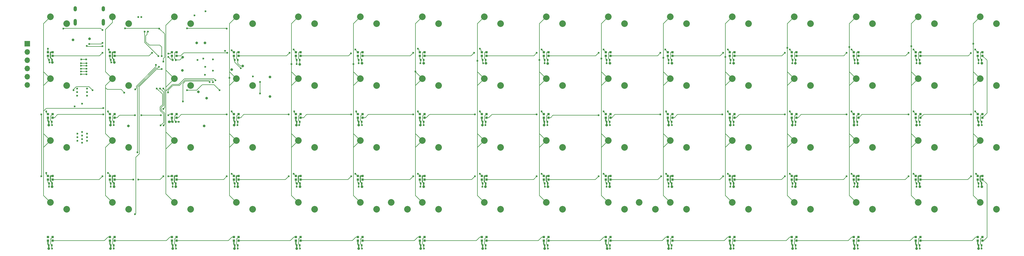
<source format=gbr>
%TF.GenerationSoftware,KiCad,Pcbnew,7.0.2*%
%TF.CreationDate,2023-07-13T09:31:41-04:00*%
%TF.ProjectId,QuicksilverStorm,51756963-6b73-4696-9c76-657253746f72,Mark 2 Rev F*%
%TF.SameCoordinates,Original*%
%TF.FileFunction,Copper,L1,Top*%
%TF.FilePolarity,Positive*%
%FSLAX46Y46*%
G04 Gerber Fmt 4.6, Leading zero omitted, Abs format (unit mm)*
G04 Created by KiCad (PCBNEW 7.0.2) date 2023-07-13 09:31:41*
%MOMM*%
%LPD*%
G01*
G04 APERTURE LIST*
G04 Aperture macros list*
%AMRoundRect*
0 Rectangle with rounded corners*
0 $1 Rounding radius*
0 $2 $3 $4 $5 $6 $7 $8 $9 X,Y pos of 4 corners*
0 Add a 4 corners polygon primitive as box body*
4,1,4,$2,$3,$4,$5,$6,$7,$8,$9,$2,$3,0*
0 Add four circle primitives for the rounded corners*
1,1,$1+$1,$2,$3*
1,1,$1+$1,$4,$5*
1,1,$1+$1,$6,$7*
1,1,$1+$1,$8,$9*
0 Add four rect primitives between the rounded corners*
20,1,$1+$1,$2,$3,$4,$5,0*
20,1,$1+$1,$4,$5,$6,$7,0*
20,1,$1+$1,$6,$7,$8,$9,0*
20,1,$1+$1,$8,$9,$2,$3,0*%
G04 Aperture macros list end*
%TA.AperFunction,ComponentPad*%
%ADD10C,2.032000*%
%TD*%
%TA.AperFunction,SMDPad,CuDef*%
%ADD11RoundRect,0.147500X0.147500X0.172500X-0.147500X0.172500X-0.147500X-0.172500X0.147500X-0.172500X0*%
%TD*%
%TA.AperFunction,SMDPad,CuDef*%
%ADD12R,0.700000X0.700000*%
%TD*%
%TA.AperFunction,ComponentPad*%
%ADD13O,1.000000X1.600000*%
%TD*%
%TA.AperFunction,ComponentPad*%
%ADD14O,1.000000X2.100000*%
%TD*%
%TA.AperFunction,ComponentPad*%
%ADD15R,1.700000X1.700000*%
%TD*%
%TA.AperFunction,ComponentPad*%
%ADD16O,1.700000X1.700000*%
%TD*%
%TA.AperFunction,ViaPad*%
%ADD17C,0.800000*%
%TD*%
%TA.AperFunction,ViaPad*%
%ADD18C,0.600000*%
%TD*%
%TA.AperFunction,Conductor*%
%ADD19C,0.200000*%
%TD*%
%TA.AperFunction,Conductor*%
%ADD20C,0.300000*%
%TD*%
G04 APERTURE END LIST*
D10*
%TO.P,K2,1*%
%TO.N,14*%
X57943750Y-75062500D03*
%TO.P,K2,2*%
%TO.N,Net-(D2-A)*%
X62943750Y-77162500D03*
%TD*%
%TO.P,K3,1*%
%TO.N,13*%
X76993750Y-75049800D03*
%TO.P,K3,2*%
%TO.N,Net-(D3-A)*%
X81993750Y-77149800D03*
%TD*%
%TO.P,K6,1*%
%TO.N,10*%
X134143750Y-75062500D03*
%TO.P,K6,2*%
%TO.N,Net-(D6-A)*%
X139143750Y-77162500D03*
%TD*%
%TO.P,K7,1*%
%TO.N,9*%
X153193750Y-75062500D03*
%TO.P,K7,2*%
%TO.N,Net-(D7-A)*%
X158193750Y-77162500D03*
%TD*%
%TO.P,K8,1*%
%TO.N,8*%
X172243750Y-75062500D03*
%TO.P,K8,2*%
%TO.N,Net-(D8-A)*%
X177243750Y-77162500D03*
%TD*%
%TO.P,K9,1*%
%TO.N,7*%
X191293750Y-75062500D03*
%TO.P,K9,2*%
%TO.N,Net-(D9-A)*%
X196293750Y-77162500D03*
%TD*%
%TO.P,K10,1*%
%TO.N,6*%
X210343750Y-75062500D03*
%TO.P,K10,2*%
%TO.N,Net-(D10-A)*%
X215343750Y-77162500D03*
%TD*%
%TO.P,K11,1*%
%TO.N,5*%
X229393750Y-75062500D03*
%TO.P,K11,2*%
%TO.N,Net-(D11-A)*%
X234393750Y-77162500D03*
%TD*%
%TO.P,K12,1*%
%TO.N,4*%
X248443750Y-75062500D03*
%TO.P,K12,2*%
%TO.N,Net-(D12-A)*%
X253443750Y-77162500D03*
%TD*%
%TO.P,K13,1*%
%TO.N,3*%
X267493750Y-75062500D03*
%TO.P,K13,2*%
%TO.N,Net-(D13-A)*%
X272493750Y-77162500D03*
%TD*%
%TO.P,K14,1*%
%TO.N,2*%
X286543750Y-75062500D03*
%TO.P,K14,2*%
%TO.N,Net-(D14-A)*%
X291543750Y-77162500D03*
%TD*%
%TO.P,K15,1*%
%TO.N,1*%
X305593750Y-75062500D03*
%TO.P,K15,2*%
%TO.N,Net-(D15-A)*%
X310593750Y-77162500D03*
%TD*%
%TO.P,K16,1*%
%TO.N,0*%
X324643750Y-75062500D03*
%TO.P,K16,2*%
%TO.N,Net-(D16-A)*%
X329643750Y-77162500D03*
%TD*%
%TO.P,K17,1*%
%TO.N,15*%
X38893750Y-94112500D03*
%TO.P,K17,2*%
%TO.N,Net-(D17-A)*%
X43893750Y-96212500D03*
%TD*%
%TO.P,K18,1*%
%TO.N,14*%
X57943750Y-94112500D03*
%TO.P,K18,2*%
%TO.N,Net-(D18-A)*%
X62943750Y-96212500D03*
%TD*%
%TO.P,K19,1*%
%TO.N,13*%
X76993750Y-94112500D03*
%TO.P,K19,2*%
%TO.N,Net-(D19-A)*%
X81993750Y-96212500D03*
%TD*%
%TO.P,K22,1*%
%TO.N,10*%
X134143750Y-94112500D03*
%TO.P,K22,2*%
%TO.N,Net-(D22-A)*%
X139143750Y-96212500D03*
%TD*%
%TO.P,K23,1*%
%TO.N,9*%
X153193750Y-94112500D03*
%TO.P,K23,2*%
%TO.N,Net-(D23-A)*%
X158193750Y-96212500D03*
%TD*%
%TO.P,K24,1*%
%TO.N,8*%
X172243750Y-94112500D03*
%TO.P,K24,2*%
%TO.N,Net-(D24-A)*%
X177243750Y-96212500D03*
%TD*%
%TO.P,K25,1*%
%TO.N,7*%
X191293750Y-94112500D03*
%TO.P,K25,2*%
%TO.N,Net-(D25-A)*%
X196293750Y-96212500D03*
%TD*%
%TO.P,K26,1*%
%TO.N,6*%
X210343750Y-94112500D03*
%TO.P,K26,2*%
%TO.N,Net-(D26-A)*%
X215343750Y-96212500D03*
%TD*%
%TO.P,K27,1*%
%TO.N,5*%
X229393750Y-94112500D03*
%TO.P,K27,2*%
%TO.N,Net-(D27-A)*%
X234393750Y-96212500D03*
%TD*%
%TO.P,K28,1*%
%TO.N,4*%
X248443750Y-94112500D03*
%TO.P,K28,2*%
%TO.N,Net-(D28-A)*%
X253443750Y-96212500D03*
%TD*%
%TO.P,K29,1*%
%TO.N,3*%
X267493750Y-94112500D03*
%TO.P,K29,2*%
%TO.N,Net-(D29-A)*%
X272493750Y-96212500D03*
%TD*%
%TO.P,K30,1*%
%TO.N,2*%
X286543750Y-94112500D03*
%TO.P,K30,2*%
%TO.N,Net-(D30-A)*%
X291543750Y-96212500D03*
%TD*%
%TO.P,K31,1*%
%TO.N,1*%
X305593750Y-94112500D03*
%TO.P,K31,2*%
%TO.N,Net-(D31-A)*%
X310593750Y-96212500D03*
%TD*%
%TO.P,K32,1*%
%TO.N,0*%
X324643750Y-94112500D03*
%TO.P,K32,2*%
%TO.N,Net-(D32-A)*%
X329643750Y-96212500D03*
%TD*%
%TO.P,K33,1*%
%TO.N,15*%
X38893750Y-113162500D03*
%TO.P,K33,2*%
%TO.N,Net-(D33-A)*%
X43893750Y-115262500D03*
%TD*%
%TO.P,K34,1*%
%TO.N,14*%
X57943750Y-113162500D03*
%TO.P,K34,2*%
%TO.N,Net-(D34-A)*%
X62943750Y-115262500D03*
%TD*%
%TO.P,K35,1*%
%TO.N,13*%
X76993750Y-113162500D03*
%TO.P,K35,2*%
%TO.N,Net-(D35-A)*%
X81993750Y-115262500D03*
%TD*%
%TO.P,K36,1*%
%TO.N,12*%
X96043750Y-113162500D03*
%TO.P,K36,2*%
%TO.N,Net-(D36-A)*%
X101043750Y-115262500D03*
%TD*%
%TO.P,K37,1*%
%TO.N,11*%
X115093750Y-113162500D03*
%TO.P,K37,2*%
%TO.N,Net-(D37-A)*%
X120093750Y-115262500D03*
%TD*%
%TO.P,K38,1*%
%TO.N,10*%
X134143750Y-113162500D03*
%TO.P,K38,2*%
%TO.N,Net-(D38-A)*%
X139143750Y-115262500D03*
%TD*%
%TO.P,K39,1*%
%TO.N,9*%
X153193750Y-113162500D03*
%TO.P,K39,2*%
%TO.N,Net-(D39-A)*%
X158193750Y-115262500D03*
%TD*%
%TO.P,K40,1*%
%TO.N,8*%
X172243750Y-113162500D03*
%TO.P,K40,2*%
%TO.N,Net-(D40-A)*%
X177243750Y-115262500D03*
%TD*%
%TO.P,K41,1*%
%TO.N,7*%
X191293750Y-113162500D03*
%TO.P,K41,2*%
%TO.N,Net-(D41-A)*%
X196293750Y-115262500D03*
%TD*%
%TO.P,K42,1*%
%TO.N,6*%
X210343750Y-113162500D03*
%TO.P,K42,2*%
%TO.N,Net-(D42-A)*%
X215343750Y-115262500D03*
%TD*%
%TO.P,K43,1*%
%TO.N,5*%
X229393750Y-113162500D03*
%TO.P,K43,2*%
%TO.N,Net-(D43-A)*%
X234393750Y-115262500D03*
%TD*%
%TO.P,K44,1*%
%TO.N,4*%
X248443750Y-113162500D03*
%TO.P,K44,2*%
%TO.N,Net-(D44-A)*%
X253443750Y-115262500D03*
%TD*%
%TO.P,K45,1*%
%TO.N,3*%
X267493750Y-113162500D03*
%TO.P,K45,2*%
%TO.N,Net-(D45-A)*%
X272493750Y-115262500D03*
%TD*%
%TO.P,K46,1*%
%TO.N,2*%
X286543750Y-113162500D03*
%TO.P,K46,2*%
%TO.N,Net-(D46-A)*%
X291543750Y-115262500D03*
%TD*%
%TO.P,K47,1*%
%TO.N,1*%
X305593750Y-113162500D03*
%TO.P,K47,2*%
%TO.N,Net-(D47-A)*%
X310593750Y-115262500D03*
%TD*%
%TO.P,K48,1*%
%TO.N,0*%
X324643750Y-113162500D03*
%TO.P,K48,2*%
%TO.N,Net-(D48-A)*%
X329643750Y-115262500D03*
%TD*%
%TO.P,K49,1*%
%TO.N,15*%
X38893750Y-132212500D03*
%TO.P,K49,2*%
%TO.N,Net-(D49-A)*%
X43893750Y-134312500D03*
%TD*%
%TO.P,K50,1*%
%TO.N,14*%
X57943750Y-132212500D03*
%TO.P,K50,2*%
%TO.N,Net-(D50-A)*%
X62943750Y-134312500D03*
%TD*%
%TO.P,K51,1*%
%TO.N,13*%
X76993750Y-132212500D03*
%TO.P,K51,2*%
%TO.N,Net-(D51-A)*%
X81993750Y-134312500D03*
%TD*%
%TO.P,K52,1*%
%TO.N,12*%
X96043750Y-132212500D03*
%TO.P,K52,2*%
%TO.N,Net-(D52-A)*%
X101043750Y-134312500D03*
%TD*%
%TO.P,K53,1*%
%TO.N,11*%
X115093750Y-132212500D03*
%TO.P,K53,2*%
%TO.N,Net-(D53-A)*%
X120093750Y-134312500D03*
%TD*%
%TO.P,K54,1*%
%TO.N,10*%
X134143750Y-132212500D03*
%TO.P,K54,2*%
%TO.N,Net-(D54-A)*%
X139143750Y-134312500D03*
%TD*%
%TO.P,K55,1*%
%TO.N,9*%
X153193750Y-132212500D03*
%TO.P,K55,2*%
%TO.N,Net-(D55-A)*%
X158193750Y-134312500D03*
%TD*%
%TO.P,K56,1*%
%TO.N,8*%
X172243750Y-132212500D03*
%TO.P,K56,2*%
%TO.N,Net-(D56-A)*%
X177243750Y-134312500D03*
%TD*%
%TO.P,K57,1*%
%TO.N,7*%
X191293750Y-132212500D03*
%TO.P,K57,2*%
%TO.N,Net-(D57-A)*%
X196293750Y-134312500D03*
%TD*%
%TO.P,K58,1*%
%TO.N,6*%
X210343750Y-132212500D03*
%TO.P,K58,2*%
%TO.N,Net-(D58-A)*%
X215343750Y-134312500D03*
%TD*%
%TO.P,K59,1*%
%TO.N,5*%
X229393750Y-132212500D03*
%TO.P,K59,2*%
%TO.N,Net-(D59-A)*%
X234393750Y-134312500D03*
%TD*%
%TO.P,K60,1*%
%TO.N,4*%
X248443750Y-132212500D03*
%TO.P,K60,2*%
%TO.N,Net-(D60-A)*%
X253443750Y-134312500D03*
%TD*%
%TO.P,K61,1*%
%TO.N,3*%
X267493750Y-132212500D03*
%TO.P,K61,2*%
%TO.N,Net-(D61-A)*%
X272493750Y-134312500D03*
%TD*%
%TO.P,K62,1*%
%TO.N,2*%
X286543750Y-132212500D03*
%TO.P,K62,2*%
%TO.N,Net-(D62-A)*%
X291543750Y-134312500D03*
%TD*%
%TO.P,K63,1*%
%TO.N,1*%
X305593750Y-132212500D03*
%TO.P,K63,2*%
%TO.N,Net-(D63-A)*%
X310593750Y-134312500D03*
%TD*%
%TO.P,K64,1*%
%TO.N,0*%
X324643750Y-132212500D03*
%TO.P,K64,2*%
%TO.N,Net-(D64-A)*%
X329643750Y-134312500D03*
%TD*%
%TO.P,K1,1*%
%TO.N,15*%
X38893750Y-75062500D03*
%TO.P,K1,2*%
%TO.N,Net-(D1-A)*%
X43893750Y-77162500D03*
%TD*%
D11*
%TO.P,LC1,1*%
%TO.N,GND*%
X39442475Y-88329000D03*
%TO.P,LC1,2*%
%TO.N,+3V3*%
X38472475Y-88329000D03*
%TD*%
D10*
%TO.P,K4,1*%
%TO.N,12*%
X96043750Y-75062500D03*
%TO.P,K4,2*%
%TO.N,Net-(D4-A)*%
X101043750Y-77162500D03*
%TD*%
D11*
%TO.P,LC3,1*%
%TO.N,GND*%
X77448250Y-88329000D03*
%TO.P,LC3,2*%
%TO.N,+3V3*%
X76478250Y-88329000D03*
%TD*%
D10*
%TO.P,K5,1*%
%TO.N,11*%
X115093750Y-75062500D03*
%TO.P,K5,2*%
%TO.N,Net-(D5-A)*%
X120093750Y-77162500D03*
%TD*%
%TO.P,K21,1*%
%TO.N,11*%
X115093750Y-94112500D03*
%TO.P,K21,2*%
%TO.N,Net-(D21-A)*%
X120093750Y-96212500D03*
%TD*%
%TO.P,K20,1*%
%TO.N,12*%
X96043750Y-94112500D03*
%TO.P,K20,2*%
%TO.N,Net-(D20-A)*%
X101043750Y-96212500D03*
%TD*%
D11*
%TO.P,LC10,1*%
%TO.N,GND*%
X210798250Y-88329000D03*
%TO.P,LC10,2*%
%TO.N,+3V3*%
X209828250Y-88329000D03*
%TD*%
%TO.P,LC12,1*%
%TO.N,GND*%
X248898250Y-88329000D03*
%TO.P,LC12,2*%
%TO.N,+3V3*%
X247928250Y-88329000D03*
%TD*%
%TO.P,LC6,1*%
%TO.N,GND*%
X134598250Y-88329000D03*
%TO.P,LC6,2*%
%TO.N,+3V3*%
X133628250Y-88329000D03*
%TD*%
%TO.P,LC8,1*%
%TO.N,GND*%
X172698250Y-88329000D03*
%TO.P,LC8,2*%
%TO.N,+3V3*%
X171728250Y-88329000D03*
%TD*%
%TO.P,LC9,1*%
%TO.N,GND*%
X191748250Y-88329000D03*
%TO.P,LC9,2*%
%TO.N,+3V3*%
X190778250Y-88329000D03*
%TD*%
%TO.P,LC7,1*%
%TO.N,GND*%
X153648250Y-88329000D03*
%TO.P,LC7,2*%
%TO.N,+3V3*%
X152678250Y-88329000D03*
%TD*%
%TO.P,LC5,1*%
%TO.N,GND*%
X115548250Y-88329000D03*
%TO.P,LC5,2*%
%TO.N,+3V3*%
X114578250Y-88329000D03*
%TD*%
%TO.P,LC11,1*%
%TO.N,GND*%
X229848250Y-88329000D03*
%TO.P,LC11,2*%
%TO.N,+3V3*%
X228878250Y-88329000D03*
%TD*%
%TO.P,LC13,1*%
%TO.N,GND*%
X267948250Y-88329000D03*
%TO.P,LC13,2*%
%TO.N,+3V3*%
X266978250Y-88329000D03*
%TD*%
%TO.P,LC4,1*%
%TO.N,GND*%
X96498250Y-88329000D03*
%TO.P,LC4,2*%
%TO.N,+3V3*%
X95528250Y-88329000D03*
%TD*%
%TO.P,LC14,1*%
%TO.N,GND*%
X286998250Y-88329000D03*
%TO.P,LC14,2*%
%TO.N,+3V3*%
X286028250Y-88329000D03*
%TD*%
%TO.P,LC15,1*%
%TO.N,GND*%
X306048250Y-88329000D03*
%TO.P,LC15,2*%
%TO.N,+3V3*%
X305078250Y-88329000D03*
%TD*%
%TO.P,LC16,1*%
%TO.N,GND*%
X325098250Y-88329000D03*
%TO.P,LC16,2*%
%TO.N,+3V3*%
X324128250Y-88329000D03*
%TD*%
%TO.P,LC17,1*%
%TO.N,+3V3*%
X39348250Y-107379000D03*
%TO.P,LC17,2*%
%TO.N,GND*%
X38378250Y-107379000D03*
%TD*%
%TO.P,LC18,1*%
%TO.N,+3V3*%
X58398250Y-107379000D03*
%TO.P,LC18,2*%
%TO.N,GND*%
X57428250Y-107379000D03*
%TD*%
%TO.P,LC19,1*%
%TO.N,+3V3*%
X77448250Y-107379000D03*
%TO.P,LC19,2*%
%TO.N,GND*%
X76478250Y-107379000D03*
%TD*%
%TO.P,LC20,1*%
%TO.N,+3V3*%
X96498250Y-107379000D03*
%TO.P,LC20,2*%
%TO.N,GND*%
X95528250Y-107379000D03*
%TD*%
%TO.P,LC21,1*%
%TO.N,+3V3*%
X115535975Y-107379000D03*
%TO.P,LC21,2*%
%TO.N,GND*%
X114565975Y-107379000D03*
%TD*%
%TO.P,LC22,1*%
%TO.N,+3V3*%
X134598250Y-107379000D03*
%TO.P,LC22,2*%
%TO.N,GND*%
X133628250Y-107379000D03*
%TD*%
%TO.P,LC23,1*%
%TO.N,+3V3*%
X153648250Y-107379000D03*
%TO.P,LC23,2*%
%TO.N,GND*%
X152678250Y-107379000D03*
%TD*%
%TO.P,LC24,1*%
%TO.N,+3V3*%
X172698250Y-107379000D03*
%TO.P,LC24,2*%
%TO.N,GND*%
X171728250Y-107379000D03*
%TD*%
%TO.P,LC25,1*%
%TO.N,+3V3*%
X191679500Y-107379000D03*
%TO.P,LC25,2*%
%TO.N,GND*%
X190709500Y-107379000D03*
%TD*%
%TO.P,LC26,1*%
%TO.N,+3V3*%
X210798250Y-107379000D03*
%TO.P,LC26,2*%
%TO.N,GND*%
X209828250Y-107379000D03*
%TD*%
%TO.P,LC27,1*%
%TO.N,+3V3*%
X229848250Y-107379000D03*
%TO.P,LC27,2*%
%TO.N,GND*%
X228878250Y-107379000D03*
%TD*%
%TO.P,LC28,1*%
%TO.N,+3V3*%
X248898250Y-107379000D03*
%TO.P,LC28,2*%
%TO.N,GND*%
X247928250Y-107379000D03*
%TD*%
%TO.P,LC29,1*%
%TO.N,+3V3*%
X267948250Y-107379000D03*
%TO.P,LC29,2*%
%TO.N,GND*%
X266978250Y-107379000D03*
%TD*%
%TO.P,LC30,1*%
%TO.N,+3V3*%
X286854500Y-107379000D03*
%TO.P,LC30,2*%
%TO.N,GND*%
X285884500Y-107379000D03*
%TD*%
%TO.P,LC31,1*%
%TO.N,+3V3*%
X306048250Y-107379000D03*
%TO.P,LC31,2*%
%TO.N,GND*%
X305078250Y-107379000D03*
%TD*%
%TO.P,LC32,1*%
%TO.N,+3V3*%
X325098250Y-107379000D03*
%TO.P,LC32,2*%
%TO.N,GND*%
X324128250Y-107379000D03*
%TD*%
D12*
%TO.P,LD16,1,DOUT*%
%TO.N,Net-(LD16-DOUT)*%
X325368750Y-87037500D03*
%TO.P,LD16,2,GND*%
%TO.N,GND*%
X325368750Y-85937500D03*
%TO.P,LD16,3,DIN*%
%TO.N,Net-(LD15-DOUT)*%
X323868750Y-85937500D03*
%TO.P,LD16,4,VDD*%
%TO.N,+3V3*%
X323868750Y-87037500D03*
%TD*%
%TO.P,LD17,1,DOUT*%
%TO.N,Net-(LD17-DOUT)*%
X38118750Y-104987500D03*
%TO.P,LD17,2,GND*%
%TO.N,GND*%
X38118750Y-106087500D03*
%TO.P,LD17,3,DIN*%
%TO.N,Net-(LD17-DIN)*%
X39618750Y-106087500D03*
%TO.P,LD17,4,VDD*%
%TO.N,+3V3*%
X39618750Y-104987500D03*
%TD*%
%TO.P,LD18,1,DOUT*%
%TO.N,Net-(LD17-DIN)*%
X57168750Y-104987500D03*
%TO.P,LD18,2,GND*%
%TO.N,GND*%
X57168750Y-106087500D03*
%TO.P,LD18,3,DIN*%
%TO.N,Net-(LD18-DIN)*%
X58668750Y-106087500D03*
%TO.P,LD18,4,VDD*%
%TO.N,+3V3*%
X58668750Y-104987500D03*
%TD*%
%TO.P,LD19,1,DOUT*%
%TO.N,Net-(LD18-DIN)*%
X76218750Y-104987500D03*
%TO.P,LD19,2,GND*%
%TO.N,GND*%
X76218750Y-106087500D03*
%TO.P,LD19,3,DIN*%
%TO.N,Net-(LD19-DIN)*%
X77718750Y-106087500D03*
%TO.P,LD19,4,VDD*%
%TO.N,+3V3*%
X77718750Y-104987500D03*
%TD*%
%TO.P,LD20,1,DOUT*%
%TO.N,Net-(LD19-DIN)*%
X95268750Y-104987500D03*
%TO.P,LD20,2,GND*%
%TO.N,GND*%
X95268750Y-106087500D03*
%TO.P,LD20,3,DIN*%
%TO.N,Net-(LD20-DIN)*%
X96768750Y-106087500D03*
%TO.P,LD20,4,VDD*%
%TO.N,+3V3*%
X96768750Y-104987500D03*
%TD*%
%TO.P,LD21,1,DOUT*%
%TO.N,Net-(LD20-DIN)*%
X114318750Y-104987500D03*
%TO.P,LD21,2,GND*%
%TO.N,GND*%
X114318750Y-106087500D03*
%TO.P,LD21,3,DIN*%
%TO.N,Net-(LD21-DIN)*%
X115818750Y-106087500D03*
%TO.P,LD21,4,VDD*%
%TO.N,+3V3*%
X115818750Y-104987500D03*
%TD*%
%TO.P,LD22,1,DOUT*%
%TO.N,Net-(LD21-DIN)*%
X133368750Y-104987500D03*
%TO.P,LD22,2,GND*%
%TO.N,GND*%
X133368750Y-106087500D03*
%TO.P,LD22,3,DIN*%
%TO.N,Net-(LD22-DIN)*%
X134868750Y-106087500D03*
%TO.P,LD22,4,VDD*%
%TO.N,+3V3*%
X134868750Y-104987500D03*
%TD*%
%TO.P,LD23,1,DOUT*%
%TO.N,Net-(LD22-DIN)*%
X152418750Y-104987500D03*
%TO.P,LD23,2,GND*%
%TO.N,GND*%
X152418750Y-106087500D03*
%TO.P,LD23,3,DIN*%
%TO.N,Net-(LD23-DIN)*%
X153918750Y-106087500D03*
%TO.P,LD23,4,VDD*%
%TO.N,+3V3*%
X153918750Y-104987500D03*
%TD*%
%TO.P,LD24,1,DOUT*%
%TO.N,Net-(LD23-DIN)*%
X171468750Y-104987500D03*
%TO.P,LD24,2,GND*%
%TO.N,GND*%
X171468750Y-106087500D03*
%TO.P,LD24,3,DIN*%
%TO.N,Net-(LD24-DIN)*%
X172968750Y-106087500D03*
%TO.P,LD24,4,VDD*%
%TO.N,+3V3*%
X172968750Y-104987500D03*
%TD*%
%TO.P,LD25,1,DOUT*%
%TO.N,Net-(LD24-DIN)*%
X190518750Y-104987500D03*
%TO.P,LD25,2,GND*%
%TO.N,GND*%
X190518750Y-106087500D03*
%TO.P,LD25,3,DIN*%
%TO.N,Net-(LD25-DIN)*%
X192018750Y-106087500D03*
%TO.P,LD25,4,VDD*%
%TO.N,+3V3*%
X192018750Y-104987500D03*
%TD*%
%TO.P,LD26,1,DOUT*%
%TO.N,Net-(LD25-DIN)*%
X209568750Y-104987500D03*
%TO.P,LD26,2,GND*%
%TO.N,GND*%
X209568750Y-106087500D03*
%TO.P,LD26,3,DIN*%
%TO.N,Net-(LD26-DIN)*%
X211068750Y-106087500D03*
%TO.P,LD26,4,VDD*%
%TO.N,+3V3*%
X211068750Y-104987500D03*
%TD*%
%TO.P,LD27,1,DOUT*%
%TO.N,Net-(LD26-DIN)*%
X228618750Y-104987500D03*
%TO.P,LD27,2,GND*%
%TO.N,GND*%
X228618750Y-106087500D03*
%TO.P,LD27,3,DIN*%
%TO.N,Net-(LD27-DIN)*%
X230118750Y-106087500D03*
%TO.P,LD27,4,VDD*%
%TO.N,+3V3*%
X230118750Y-104987500D03*
%TD*%
%TO.P,LD28,1,DOUT*%
%TO.N,Net-(LD27-DIN)*%
X247668750Y-104987500D03*
%TO.P,LD28,2,GND*%
%TO.N,GND*%
X247668750Y-106087500D03*
%TO.P,LD28,3,DIN*%
%TO.N,Net-(LD28-DIN)*%
X249168750Y-106087500D03*
%TO.P,LD28,4,VDD*%
%TO.N,+3V3*%
X249168750Y-104987500D03*
%TD*%
%TO.P,LD29,1,DOUT*%
%TO.N,Net-(LD28-DIN)*%
X266718750Y-104987500D03*
%TO.P,LD29,2,GND*%
%TO.N,GND*%
X266718750Y-106087500D03*
%TO.P,LD29,3,DIN*%
%TO.N,Net-(LD29-DIN)*%
X268218750Y-106087500D03*
%TO.P,LD29,4,VDD*%
%TO.N,+3V3*%
X268218750Y-104987500D03*
%TD*%
%TO.P,LD30,1,DOUT*%
%TO.N,Net-(LD29-DIN)*%
X285768750Y-104987500D03*
%TO.P,LD30,2,GND*%
%TO.N,GND*%
X285768750Y-106087500D03*
%TO.P,LD30,3,DIN*%
%TO.N,Net-(LD30-DIN)*%
X287268750Y-106087500D03*
%TO.P,LD30,4,VDD*%
%TO.N,+3V3*%
X287268750Y-104987500D03*
%TD*%
%TO.P,LD32,1,DOUT*%
%TO.N,Net-(LD31-DIN)*%
X323868750Y-104987500D03*
%TO.P,LD32,2,GND*%
%TO.N,GND*%
X323868750Y-106087500D03*
%TO.P,LD32,3,DIN*%
%TO.N,Net-(LD16-DOUT)*%
X325368750Y-106087500D03*
%TO.P,LD32,4,VDD*%
%TO.N,+3V3*%
X325368750Y-104987500D03*
%TD*%
%TO.P,LD31,1,DOUT*%
%TO.N,Net-(LD30-DIN)*%
X304818750Y-104987500D03*
%TO.P,LD31,2,GND*%
%TO.N,GND*%
X304818750Y-106087500D03*
%TO.P,LD31,3,DIN*%
%TO.N,Net-(LD31-DIN)*%
X306318750Y-106087500D03*
%TO.P,LD31,4,VDD*%
%TO.N,+3V3*%
X306318750Y-104987500D03*
%TD*%
%TO.P,LD15,1,DOUT*%
%TO.N,Net-(LD15-DOUT)*%
X306318750Y-87037500D03*
%TO.P,LD15,2,GND*%
%TO.N,GND*%
X306318750Y-85937500D03*
%TO.P,LD15,3,DIN*%
%TO.N,Net-(LD14-DOUT)*%
X304818750Y-85937500D03*
%TO.P,LD15,4,VDD*%
%TO.N,+3V3*%
X304818750Y-87037500D03*
%TD*%
%TO.P,LD14,1,DOUT*%
%TO.N,Net-(LD14-DOUT)*%
X287268750Y-87037500D03*
%TO.P,LD14,2,GND*%
%TO.N,GND*%
X287268750Y-85937500D03*
%TO.P,LD14,3,DIN*%
%TO.N,Net-(LD13-DOUT)*%
X285768750Y-85937500D03*
%TO.P,LD14,4,VDD*%
%TO.N,+3V3*%
X285768750Y-87037500D03*
%TD*%
%TO.P,LD12,1,DOUT*%
%TO.N,Net-(LD12-DOUT)*%
X249168750Y-87037500D03*
%TO.P,LD12,2,GND*%
%TO.N,GND*%
X249168750Y-85937500D03*
%TO.P,LD12,3,DIN*%
%TO.N,Net-(LD11-DOUT)*%
X247668750Y-85937500D03*
%TO.P,LD12,4,VDD*%
%TO.N,+3V3*%
X247668750Y-87037500D03*
%TD*%
%TO.P,LD10,1,DOUT*%
%TO.N,Net-(LD10-DOUT)*%
X211068750Y-87037500D03*
%TO.P,LD10,2,GND*%
%TO.N,GND*%
X211068750Y-85937500D03*
%TO.P,LD10,3,DIN*%
%TO.N,Net-(LD10-DIN)*%
X209568750Y-85937500D03*
%TO.P,LD10,4,VDD*%
%TO.N,+3V3*%
X209568750Y-87037500D03*
%TD*%
%TO.P,LD13,1,DOUT*%
%TO.N,Net-(LD13-DOUT)*%
X268218750Y-87037500D03*
%TO.P,LD13,2,GND*%
%TO.N,GND*%
X268218750Y-85937500D03*
%TO.P,LD13,3,DIN*%
%TO.N,Net-(LD12-DOUT)*%
X266718750Y-85937500D03*
%TO.P,LD13,4,VDD*%
%TO.N,+3V3*%
X266718750Y-87037500D03*
%TD*%
%TO.P,LD5,1,DOUT*%
%TO.N,Net-(LD5-DOUT)*%
X115818750Y-87037500D03*
%TO.P,LD5,2,GND*%
%TO.N,GND*%
X115818750Y-85937500D03*
%TO.P,LD5,3,DIN*%
%TO.N,Net-(LD4-DOUT)*%
X114318750Y-85937500D03*
%TO.P,LD5,4,VDD*%
%TO.N,+3V3*%
X114318750Y-87037500D03*
%TD*%
%TO.P,LD11,1,DOUT*%
%TO.N,Net-(LD11-DOUT)*%
X230118750Y-87037500D03*
%TO.P,LD11,2,GND*%
%TO.N,GND*%
X230118750Y-85937500D03*
%TO.P,LD11,3,DIN*%
%TO.N,Net-(LD10-DOUT)*%
X228618750Y-85937500D03*
%TO.P,LD11,4,VDD*%
%TO.N,+3V3*%
X228618750Y-87037500D03*
%TD*%
%TO.P,LD6,1,DOUT*%
%TO.N,Net-(LD6-DOUT)*%
X134868750Y-87037500D03*
%TO.P,LD6,2,GND*%
%TO.N,GND*%
X134868750Y-85937500D03*
%TO.P,LD6,3,DIN*%
%TO.N,Net-(LD5-DOUT)*%
X133368750Y-85937500D03*
%TO.P,LD6,4,VDD*%
%TO.N,+3V3*%
X133368750Y-87037500D03*
%TD*%
%TO.P,LD7,1,DOUT*%
%TO.N,Net-(LD7-DOUT)*%
X153918750Y-87037500D03*
%TO.P,LD7,2,GND*%
%TO.N,GND*%
X153918750Y-85937500D03*
%TO.P,LD7,3,DIN*%
%TO.N,Net-(LD6-DOUT)*%
X152418750Y-85937500D03*
%TO.P,LD7,4,VDD*%
%TO.N,+3V3*%
X152418750Y-87037500D03*
%TD*%
%TO.P,LD8,1,DOUT*%
%TO.N,Net-(LD8-DOUT)*%
X172968750Y-87037500D03*
%TO.P,LD8,2,GND*%
%TO.N,GND*%
X172968750Y-85937500D03*
%TO.P,LD8,3,DIN*%
%TO.N,Net-(LD7-DOUT)*%
X171468750Y-85937500D03*
%TO.P,LD8,4,VDD*%
%TO.N,+3V3*%
X171468750Y-87037500D03*
%TD*%
%TO.P,LD9,1,DOUT*%
%TO.N,Net-(LD10-DIN)*%
X192018750Y-87037500D03*
%TO.P,LD9,2,GND*%
%TO.N,GND*%
X192018750Y-85937500D03*
%TO.P,LD9,3,DIN*%
%TO.N,Net-(LD8-DOUT)*%
X190518750Y-85937500D03*
%TO.P,LD9,4,VDD*%
%TO.N,+3V3*%
X190518750Y-87037500D03*
%TD*%
%TO.P,LD2,1,DOUT*%
%TO.N,Net-(LD2-DOUT)*%
X58668750Y-87037500D03*
%TO.P,LD2,2,GND*%
%TO.N,GND*%
X58668750Y-85937500D03*
%TO.P,LD2,3,DIN*%
%TO.N,Net-(LD1-DOUT)*%
X57168750Y-85937500D03*
%TO.P,LD2,4,VDD*%
%TO.N,+3V3*%
X57168750Y-87037500D03*
%TD*%
%TO.P,LD1,1,DOUT*%
%TO.N,Net-(LD1-DOUT)*%
X39618750Y-87037500D03*
%TO.P,LD1,2,GND*%
%TO.N,GND*%
X39618750Y-85937500D03*
%TO.P,LD1,3,DIN*%
%TO.N,27{slash}A1*%
X38118750Y-85937500D03*
%TO.P,LD1,4,VDD*%
%TO.N,+3V3*%
X38118750Y-87037500D03*
%TD*%
%TO.P,LD3,1,DOUT*%
%TO.N,Net-(LD3-DOUT)*%
X77718750Y-87037500D03*
%TO.P,LD3,2,GND*%
%TO.N,GND*%
X77718750Y-85937500D03*
%TO.P,LD3,3,DIN*%
%TO.N,Net-(LD2-DOUT)*%
X76218750Y-85937500D03*
%TO.P,LD3,4,VDD*%
%TO.N,+3V3*%
X76218750Y-87037500D03*
%TD*%
%TO.P,LD4,1,DOUT*%
%TO.N,Net-(LD4-DOUT)*%
X96768750Y-87037500D03*
%TO.P,LD4,2,GND*%
%TO.N,GND*%
X96768750Y-85937500D03*
%TO.P,LD4,3,DIN*%
%TO.N,Net-(LD3-DOUT)*%
X95268750Y-85937500D03*
%TO.P,LD4,4,VDD*%
%TO.N,+3V3*%
X95268750Y-87037500D03*
%TD*%
D11*
%TO.P,LC2,1*%
%TO.N,GND*%
X58398250Y-88329000D03*
%TO.P,LC2,2*%
%TO.N,+3V3*%
X57428250Y-88329000D03*
%TD*%
D12*
%TO.P,LD56,1,DOUT*%
%TO.N,Net-(LD55-DIN)*%
X171468750Y-142887500D03*
%TO.P,LD56,2,GND*%
%TO.N,GND*%
X171468750Y-143987500D03*
%TO.P,LD56,3,DIN*%
%TO.N,Net-(LD56-DIN)*%
X172968750Y-143987500D03*
%TO.P,LD56,4,VDD*%
%TO.N,+3V3*%
X172968750Y-142887500D03*
%TD*%
%TO.P,LD54,1,DOUT*%
%TO.N,Net-(LD53-DIN)*%
X133368750Y-142887500D03*
%TO.P,LD54,2,GND*%
%TO.N,GND*%
X133368750Y-143987500D03*
%TO.P,LD54,3,DIN*%
%TO.N,Net-(LD54-DIN)*%
X134868750Y-143987500D03*
%TO.P,LD54,4,VDD*%
%TO.N,+3V3*%
X134868750Y-142887500D03*
%TD*%
D11*
%TO.P,LC36,1*%
%TO.N,GND*%
X96503750Y-126387500D03*
%TO.P,LC36,2*%
%TO.N,+3V3*%
X95533750Y-126387500D03*
%TD*%
D12*
%TO.P,LD43,1,DOUT*%
%TO.N,Net-(LD43-DOUT)*%
X230118750Y-125137500D03*
%TO.P,LD43,2,GND*%
%TO.N,GND*%
X230118750Y-124037500D03*
%TO.P,LD43,3,DIN*%
%TO.N,Net-(LD42-DOUT)*%
X228618750Y-124037500D03*
%TO.P,LD43,4,VDD*%
%TO.N,+3V3*%
X228618750Y-125137500D03*
%TD*%
%TO.P,LD47,1,DOUT*%
%TO.N,Net-(LD47-DOUT)*%
X306318750Y-125137500D03*
%TO.P,LD47,2,GND*%
%TO.N,GND*%
X306318750Y-124037500D03*
%TO.P,LD47,3,DIN*%
%TO.N,Net-(LD46-DOUT)*%
X304818750Y-124037500D03*
%TO.P,LD47,4,VDD*%
%TO.N,+3V3*%
X304818750Y-125137500D03*
%TD*%
%TO.P,LD46,1,DOUT*%
%TO.N,Net-(LD46-DOUT)*%
X287268750Y-125137500D03*
%TO.P,LD46,2,GND*%
%TO.N,GND*%
X287268750Y-124037500D03*
%TO.P,LD46,3,DIN*%
%TO.N,Net-(LD45-DOUT)*%
X285768750Y-124037500D03*
%TO.P,LD46,4,VDD*%
%TO.N,+3V3*%
X285768750Y-125137500D03*
%TD*%
%TO.P,LD60,1,DOUT*%
%TO.N,Net-(LD59-DIN)*%
X247668750Y-142887500D03*
%TO.P,LD60,2,GND*%
%TO.N,GND*%
X247668750Y-143987500D03*
%TO.P,LD60,3,DIN*%
%TO.N,Net-(LD60-DIN)*%
X249168750Y-143987500D03*
%TO.P,LD60,4,VDD*%
%TO.N,+3V3*%
X249168750Y-142887500D03*
%TD*%
%TO.P,LD61,1,DOUT*%
%TO.N,Net-(LD60-DIN)*%
X266718750Y-142887500D03*
%TO.P,LD61,2,GND*%
%TO.N,GND*%
X266718750Y-143987500D03*
%TO.P,LD61,3,DIN*%
%TO.N,Net-(LD61-DIN)*%
X268218750Y-143987500D03*
%TO.P,LD61,4,VDD*%
%TO.N,+3V3*%
X268218750Y-142887500D03*
%TD*%
%TO.P,LD36,1,DOUT*%
%TO.N,Net-(LD36-DOUT)*%
X96768750Y-125137500D03*
%TO.P,LD36,2,GND*%
%TO.N,GND*%
X96768750Y-124037500D03*
%TO.P,LD36,3,DIN*%
%TO.N,Net-(LD35-DOUT)*%
X95268750Y-124037500D03*
%TO.P,LD36,4,VDD*%
%TO.N,+3V3*%
X95268750Y-125137500D03*
%TD*%
%TO.P,LD57,1,DOUT*%
%TO.N,Net-(LD56-DIN)*%
X190518750Y-142887500D03*
%TO.P,LD57,2,GND*%
%TO.N,GND*%
X190518750Y-143987500D03*
%TO.P,LD57,3,DIN*%
%TO.N,Net-(LD57-DIN)*%
X192018750Y-143987500D03*
%TO.P,LD57,4,VDD*%
%TO.N,+3V3*%
X192018750Y-142887500D03*
%TD*%
D11*
%TO.P,LC61,1*%
%TO.N,+3V3*%
X267953750Y-145437500D03*
%TO.P,LC61,2*%
%TO.N,GND*%
X266983750Y-145437500D03*
%TD*%
%TO.P,LC64,1*%
%TO.N,+3V3*%
X325103750Y-145437500D03*
%TO.P,LC64,2*%
%TO.N,GND*%
X324133750Y-145437500D03*
%TD*%
%TO.P,LC39,1*%
%TO.N,GND*%
X153653750Y-126387500D03*
%TO.P,LC39,2*%
%TO.N,+3V3*%
X152683750Y-126387500D03*
%TD*%
D12*
%TO.P,LD55,1,DOUT*%
%TO.N,Net-(LD54-DIN)*%
X152418750Y-142887500D03*
%TO.P,LD55,2,GND*%
%TO.N,GND*%
X152418750Y-143987500D03*
%TO.P,LD55,3,DIN*%
%TO.N,Net-(LD55-DIN)*%
X153918750Y-143987500D03*
%TO.P,LD55,4,VDD*%
%TO.N,+3V3*%
X153918750Y-142887500D03*
%TD*%
%TO.P,LD64,1,DOUT*%
%TO.N,Net-(LD63-DIN)*%
X323868750Y-142887500D03*
%TO.P,LD64,2,GND*%
%TO.N,GND*%
X323868750Y-143987500D03*
%TO.P,LD64,3,DIN*%
%TO.N,Net-(LD48-DOUT)*%
X325368750Y-143987500D03*
%TO.P,LD64,4,VDD*%
%TO.N,+3V3*%
X325368750Y-142887500D03*
%TD*%
D11*
%TO.P,LC52,1*%
%TO.N,+3V3*%
X96503750Y-145437500D03*
%TO.P,LC52,2*%
%TO.N,GND*%
X95533750Y-145437500D03*
%TD*%
D12*
%TO.P,LD53,1,DOUT*%
%TO.N,Net-(LD52-DIN)*%
X114318750Y-142887500D03*
%TO.P,LD53,2,GND*%
%TO.N,GND*%
X114318750Y-143987500D03*
%TO.P,LD53,3,DIN*%
%TO.N,Net-(LD53-DIN)*%
X115818750Y-143987500D03*
%TO.P,LD53,4,VDD*%
%TO.N,+3V3*%
X115818750Y-142887500D03*
%TD*%
D11*
%TO.P,LC45,1*%
%TO.N,GND*%
X267953750Y-126387500D03*
%TO.P,LC45,2*%
%TO.N,+3V3*%
X266983750Y-126387500D03*
%TD*%
D12*
%TO.P,LD38,1,DOUT*%
%TO.N,Net-(LD38-DOUT)*%
X134868750Y-125137500D03*
%TO.P,LD38,2,GND*%
%TO.N,GND*%
X134868750Y-124037500D03*
%TO.P,LD38,3,DIN*%
%TO.N,Net-(LD37-DOUT)*%
X133368750Y-124037500D03*
%TO.P,LD38,4,VDD*%
%TO.N,+3V3*%
X133368750Y-125137500D03*
%TD*%
%TO.P,LD42,1,DOUT*%
%TO.N,Net-(LD42-DOUT)*%
X211068750Y-125137500D03*
%TO.P,LD42,2,GND*%
%TO.N,GND*%
X211068750Y-124037500D03*
%TO.P,LD42,3,DIN*%
%TO.N,Net-(LD41-DOUT)*%
X209568750Y-124037500D03*
%TO.P,LD42,4,VDD*%
%TO.N,+3V3*%
X209568750Y-125137500D03*
%TD*%
D11*
%TO.P,LC35,1*%
%TO.N,GND*%
X77453750Y-126387500D03*
%TO.P,LC35,2*%
%TO.N,+3V3*%
X76483750Y-126387500D03*
%TD*%
D10*
%TO.P,K54.1,1*%
%TO.N,10*%
X143668750Y-132212500D03*
%TO.P,K54.1,2*%
%TO.N,Net-(D54-A)*%
X148668750Y-134312500D03*
%TD*%
D11*
%TO.P,LC48,1*%
%TO.N,GND*%
X325103750Y-126387500D03*
%TO.P,LC48,2*%
%TO.N,+3V3*%
X324133750Y-126387500D03*
%TD*%
%TO.P,LC34,1*%
%TO.N,GND*%
X58428750Y-126400000D03*
%TO.P,LC34,2*%
%TO.N,+3V3*%
X57458750Y-126400000D03*
%TD*%
D12*
%TO.P,LD58,1,DOUT*%
%TO.N,Net-(LD57-DIN)*%
X209568750Y-142887500D03*
%TO.P,LD58,2,GND*%
%TO.N,GND*%
X209568750Y-143987500D03*
%TO.P,LD58,3,DIN*%
%TO.N,Net-(LD58-DIN)*%
X211068750Y-143987500D03*
%TO.P,LD58,4,VDD*%
%TO.N,+3V3*%
X211068750Y-142887500D03*
%TD*%
%TO.P,LD59,1,DOUT*%
%TO.N,Net-(LD58-DIN)*%
X228618750Y-142887500D03*
%TO.P,LD59,2,GND*%
%TO.N,GND*%
X228618750Y-143987500D03*
%TO.P,LD59,3,DIN*%
%TO.N,Net-(LD59-DIN)*%
X230118750Y-143987500D03*
%TO.P,LD59,4,VDD*%
%TO.N,+3V3*%
X230118750Y-142887500D03*
%TD*%
D11*
%TO.P,LC42,1*%
%TO.N,GND*%
X210803750Y-126387500D03*
%TO.P,LC42,2*%
%TO.N,+3V3*%
X209833750Y-126387500D03*
%TD*%
%TO.P,LC59,1*%
%TO.N,+3V3*%
X229853750Y-145437500D03*
%TO.P,LC59,2*%
%TO.N,GND*%
X228883750Y-145437500D03*
%TD*%
%TO.P,LC57,1*%
%TO.N,+3V3*%
X191753750Y-145437500D03*
%TO.P,LC57,2*%
%TO.N,GND*%
X190783750Y-145437500D03*
%TD*%
%TO.P,LC49,1*%
%TO.N,+3V3*%
X39353750Y-145437500D03*
%TO.P,LC49,2*%
%TO.N,GND*%
X38383750Y-145437500D03*
%TD*%
D12*
%TO.P,LD40,1,DOUT*%
%TO.N,Net-(LD40-DOUT)*%
X172968750Y-125137500D03*
%TO.P,LD40,2,GND*%
%TO.N,GND*%
X172968750Y-124037500D03*
%TO.P,LD40,3,DIN*%
%TO.N,Net-(LD39-DOUT)*%
X171468750Y-124037500D03*
%TO.P,LD40,4,VDD*%
%TO.N,+3V3*%
X171468750Y-125137500D03*
%TD*%
D11*
%TO.P,LC43,1*%
%TO.N,GND*%
X229853750Y-126387500D03*
%TO.P,LC43,2*%
%TO.N,+3V3*%
X228883750Y-126387500D03*
%TD*%
D12*
%TO.P,LD44,1,DOUT*%
%TO.N,Net-(LD44-DOUT)*%
X249168750Y-125137500D03*
%TO.P,LD44,2,GND*%
%TO.N,GND*%
X249168750Y-124037500D03*
%TO.P,LD44,3,DIN*%
%TO.N,Net-(LD43-DOUT)*%
X247668750Y-124037500D03*
%TO.P,LD44,4,VDD*%
%TO.N,+3V3*%
X247668750Y-125137500D03*
%TD*%
%TO.P,LD34,1,DOUT*%
%TO.N,Net-(LD34-DOUT)*%
X58668750Y-125137500D03*
%TO.P,LD34,2,GND*%
%TO.N,GND*%
X58668750Y-124037500D03*
%TO.P,LD34,3,DIN*%
%TO.N,Net-(LD33-DOUT)*%
X57168750Y-124037500D03*
%TO.P,LD34,4,VDD*%
%TO.N,+3V3*%
X57168750Y-125137500D03*
%TD*%
D11*
%TO.P,LC41,1*%
%TO.N,GND*%
X191753750Y-126387500D03*
%TO.P,LC41,2*%
%TO.N,+3V3*%
X190783750Y-126387500D03*
%TD*%
D12*
%TO.P,LD62,1,DOUT*%
%TO.N,Net-(LD61-DIN)*%
X285768750Y-142887500D03*
%TO.P,LD62,2,GND*%
%TO.N,GND*%
X285768750Y-143987500D03*
%TO.P,LD62,3,DIN*%
%TO.N,Net-(LD62-DIN)*%
X287268750Y-143987500D03*
%TO.P,LD62,4,VDD*%
%TO.N,+3V3*%
X287268750Y-142887500D03*
%TD*%
%TO.P,LD49,1,DOUT*%
%TO.N,unconnected-(LD49-DOUT-Pad1)*%
X38118750Y-142887500D03*
%TO.P,LD49,2,GND*%
%TO.N,GND*%
X38118750Y-143987500D03*
%TO.P,LD49,3,DIN*%
%TO.N,Net-(LD49-DIN)*%
X39618750Y-143987500D03*
%TO.P,LD49,4,VDD*%
%TO.N,+3V3*%
X39618750Y-142887500D03*
%TD*%
%TO.P,LD35,1,DOUT*%
%TO.N,Net-(LD35-DOUT)*%
X77718750Y-125137500D03*
%TO.P,LD35,2,GND*%
%TO.N,GND*%
X77718750Y-124037500D03*
%TO.P,LD35,3,DIN*%
%TO.N,Net-(LD34-DOUT)*%
X76218750Y-124037500D03*
%TO.P,LD35,4,VDD*%
%TO.N,+3V3*%
X76218750Y-125137500D03*
%TD*%
D11*
%TO.P,LC55,1*%
%TO.N,+3V3*%
X153653750Y-145437500D03*
%TO.P,LC55,2*%
%TO.N,GND*%
X152683750Y-145437500D03*
%TD*%
D12*
%TO.P,LD37,1,DOUT*%
%TO.N,Net-(LD37-DOUT)*%
X115818750Y-125137500D03*
%TO.P,LD37,2,GND*%
%TO.N,GND*%
X115818750Y-124037500D03*
%TO.P,LD37,3,DIN*%
%TO.N,Net-(LD36-DOUT)*%
X114318750Y-124037500D03*
%TO.P,LD37,4,VDD*%
%TO.N,+3V3*%
X114318750Y-125137500D03*
%TD*%
%TO.P,LD51,1,DOUT*%
%TO.N,Net-(LD50-DIN)*%
X76218750Y-142887500D03*
%TO.P,LD51,2,GND*%
%TO.N,GND*%
X76218750Y-143987500D03*
%TO.P,LD51,3,DIN*%
%TO.N,Net-(LD51-DIN)*%
X77718750Y-143987500D03*
%TO.P,LD51,4,VDD*%
%TO.N,+3V3*%
X77718750Y-142887500D03*
%TD*%
D11*
%TO.P,LC62,1*%
%TO.N,+3V3*%
X287003750Y-145437500D03*
%TO.P,LC62,2*%
%TO.N,GND*%
X286033750Y-145437500D03*
%TD*%
%TO.P,LC58,1*%
%TO.N,+3V3*%
X210868750Y-145437500D03*
%TO.P,LC58,2*%
%TO.N,GND*%
X209898750Y-145437500D03*
%TD*%
%TO.P,LC53,1*%
%TO.N,+3V3*%
X115553750Y-145437500D03*
%TO.P,LC53,2*%
%TO.N,GND*%
X114583750Y-145437500D03*
%TD*%
D12*
%TO.P,LD45,1,DOUT*%
%TO.N,Net-(LD45-DOUT)*%
X268218750Y-125137500D03*
%TO.P,LD45,2,GND*%
%TO.N,GND*%
X268218750Y-124037500D03*
%TO.P,LD45,3,DIN*%
%TO.N,Net-(LD44-DOUT)*%
X266718750Y-124037500D03*
%TO.P,LD45,4,VDD*%
%TO.N,+3V3*%
X266718750Y-125137500D03*
%TD*%
%TO.P,LD50,1,DOUT*%
%TO.N,Net-(LD49-DIN)*%
X57168750Y-142887500D03*
%TO.P,LD50,2,GND*%
%TO.N,GND*%
X57168750Y-143987500D03*
%TO.P,LD50,3,DIN*%
%TO.N,Net-(LD50-DIN)*%
X58668750Y-143987500D03*
%TO.P,LD50,4,VDD*%
%TO.N,+3V3*%
X58668750Y-142887500D03*
%TD*%
D11*
%TO.P,LC33,1*%
%TO.N,GND*%
X39428750Y-126400000D03*
%TO.P,LC33,2*%
%TO.N,+3V3*%
X38458750Y-126400000D03*
%TD*%
%TO.P,LC54,1*%
%TO.N,+3V3*%
X134603750Y-145437500D03*
%TO.P,LC54,2*%
%TO.N,GND*%
X133633750Y-145437500D03*
%TD*%
%TO.P,LC44,1*%
%TO.N,GND*%
X248903750Y-126387500D03*
%TO.P,LC44,2*%
%TO.N,+3V3*%
X247933750Y-126387500D03*
%TD*%
D12*
%TO.P,LD48,1,DOUT*%
%TO.N,Net-(LD48-DOUT)*%
X325368750Y-125137500D03*
%TO.P,LD48,2,GND*%
%TO.N,GND*%
X325368750Y-124037500D03*
%TO.P,LD48,3,DIN*%
%TO.N,Net-(LD47-DOUT)*%
X323868750Y-124037500D03*
%TO.P,LD48,4,VDD*%
%TO.N,+3V3*%
X323868750Y-125137500D03*
%TD*%
%TO.P,LD39,1,DOUT*%
%TO.N,Net-(LD39-DOUT)*%
X153918750Y-125137500D03*
%TO.P,LD39,2,GND*%
%TO.N,GND*%
X153918750Y-124037500D03*
%TO.P,LD39,3,DIN*%
%TO.N,Net-(LD38-DOUT)*%
X152418750Y-124037500D03*
%TO.P,LD39,4,VDD*%
%TO.N,+3V3*%
X152418750Y-125137500D03*
%TD*%
%TO.P,LD33,1,DOUT*%
%TO.N,Net-(LD33-DOUT)*%
X39618750Y-125137500D03*
%TO.P,LD33,2,GND*%
%TO.N,GND*%
X39618750Y-124037500D03*
%TO.P,LD33,3,DIN*%
%TO.N,Net-(LD17-DOUT)*%
X38118750Y-124037500D03*
%TO.P,LD33,4,VDD*%
%TO.N,+3V3*%
X38118750Y-125137500D03*
%TD*%
D11*
%TO.P,LC50,1*%
%TO.N,+3V3*%
X58403750Y-145437500D03*
%TO.P,LC50,2*%
%TO.N,GND*%
X57433750Y-145437500D03*
%TD*%
D10*
%TO.P,K58.1,1*%
%TO.N,6*%
X219868750Y-132212500D03*
%TO.P,K58.1,2*%
%TO.N,Net-(D58-A)*%
X224868750Y-134312500D03*
%TD*%
D11*
%TO.P,LC51,1*%
%TO.N,+3V3*%
X77453750Y-145437500D03*
%TO.P,LC51,2*%
%TO.N,GND*%
X76483750Y-145437500D03*
%TD*%
%TO.P,LC46,1*%
%TO.N,GND*%
X287003750Y-126387500D03*
%TO.P,LC46,2*%
%TO.N,+3V3*%
X286033750Y-126387500D03*
%TD*%
D12*
%TO.P,LD41,1,DOUT*%
%TO.N,Net-(LD41-DOUT)*%
X192018750Y-125137500D03*
%TO.P,LD41,2,GND*%
%TO.N,GND*%
X192018750Y-124037500D03*
%TO.P,LD41,3,DIN*%
%TO.N,Net-(LD40-DOUT)*%
X190518750Y-124037500D03*
%TO.P,LD41,4,VDD*%
%TO.N,+3V3*%
X190518750Y-125137500D03*
%TD*%
D11*
%TO.P,LC63,1*%
%TO.N,+3V3*%
X306053750Y-145437500D03*
%TO.P,LC63,2*%
%TO.N,GND*%
X305083750Y-145437500D03*
%TD*%
%TO.P,LC56,1*%
%TO.N,+3V3*%
X172703750Y-145437500D03*
%TO.P,LC56,2*%
%TO.N,GND*%
X171733750Y-145437500D03*
%TD*%
%TO.P,LC37,1*%
%TO.N,GND*%
X115603750Y-126387500D03*
%TO.P,LC37,2*%
%TO.N,+3V3*%
X114633750Y-126387500D03*
%TD*%
%TO.P,LC60,1*%
%TO.N,+3V3*%
X248903750Y-145437500D03*
%TO.P,LC60,2*%
%TO.N,GND*%
X247933750Y-145437500D03*
%TD*%
D12*
%TO.P,LD63,1,DOUT*%
%TO.N,Net-(LD62-DIN)*%
X304818750Y-142887500D03*
%TO.P,LD63,2,GND*%
%TO.N,GND*%
X304818750Y-143987500D03*
%TO.P,LD63,3,DIN*%
%TO.N,Net-(LD63-DIN)*%
X306318750Y-143987500D03*
%TO.P,LD63,4,VDD*%
%TO.N,+3V3*%
X306318750Y-142887500D03*
%TD*%
D11*
%TO.P,LC40,1*%
%TO.N,GND*%
X172703750Y-126387500D03*
%TO.P,LC40,2*%
%TO.N,+3V3*%
X171733750Y-126387500D03*
%TD*%
%TO.P,LC47,1*%
%TO.N,GND*%
X306053750Y-126387500D03*
%TO.P,LC47,2*%
%TO.N,+3V3*%
X305083750Y-126387500D03*
%TD*%
%TO.P,LC38,1*%
%TO.N,GND*%
X134603750Y-126387500D03*
%TO.P,LC38,2*%
%TO.N,+3V3*%
X133633750Y-126387500D03*
%TD*%
D12*
%TO.P,LD52,1,DOUT*%
%TO.N,Net-(LD51-DIN)*%
X95268750Y-142887500D03*
%TO.P,LD52,2,GND*%
%TO.N,GND*%
X95268750Y-143987500D03*
%TO.P,LD52,3,DIN*%
%TO.N,Net-(LD52-DIN)*%
X96768750Y-143987500D03*
%TO.P,LD52,4,VDD*%
%TO.N,+3V3*%
X96768750Y-142887500D03*
%TD*%
D13*
%TO.P,J0,S1,SHIELD*%
%TO.N,GND*%
X46548750Y-72587500D03*
D14*
X46548750Y-76767500D03*
D13*
X55188750Y-72587500D03*
D14*
X55188750Y-76767500D03*
%TD*%
D15*
%TO.P,J2,1,Pin_1*%
%TO.N,GND*%
X31750000Y-83343750D03*
D16*
%TO.P,J2,2,Pin_2*%
%TO.N,22*%
X31750000Y-85883750D03*
%TO.P,J2,3,Pin_3*%
%TO.N,21*%
X31750000Y-88423750D03*
%TO.P,J2,4,Pin_4*%
%TO.N,20*%
X31750000Y-90963750D03*
%TO.P,J2,5,Pin_5*%
%TO.N,19*%
X31750000Y-93503750D03*
%TO.P,J2,6,Pin_6*%
%TO.N,18*%
X31750000Y-96043750D03*
%TD*%
D17*
%TO.N,GND*%
X115618750Y-127387500D03*
X58428750Y-127387500D03*
X229868750Y-89387500D03*
X133668750Y-146437500D03*
X86377500Y-83135000D03*
X62868750Y-108637500D03*
D18*
X86570025Y-73338775D03*
X47168750Y-113237500D03*
D17*
X95468750Y-146437500D03*
D18*
X47138750Y-99337500D03*
D17*
X153618750Y-89387500D03*
X153618750Y-127387500D03*
X247868750Y-108387500D03*
X191768253Y-127387500D03*
D18*
X50168750Y-113237500D03*
D17*
X172768253Y-89387500D03*
X228868750Y-146437500D03*
X324168750Y-146437500D03*
X286868750Y-127387500D03*
X114568750Y-146437500D03*
X95368750Y-108387500D03*
X83868750Y-83137500D03*
D18*
X46368750Y-102637500D03*
D17*
X39518253Y-89137500D03*
X96503750Y-127387500D03*
X285884500Y-108387500D03*
X45868750Y-82137500D03*
X79439250Y-91567000D03*
D18*
X50168750Y-112137500D03*
D17*
X38368750Y-108387500D03*
X115516743Y-89689590D03*
X305068750Y-146437500D03*
X152618750Y-108387500D03*
X86868750Y-100137500D03*
X84368750Y-98137500D03*
D18*
X50138750Y-97137500D03*
D17*
X210868750Y-89387500D03*
X172618750Y-127387500D03*
D18*
X65868750Y-75137500D03*
X92618750Y-85538000D03*
D17*
X209968750Y-146437500D03*
X171768750Y-146437500D03*
X209868750Y-108387500D03*
D18*
X50138750Y-98237500D03*
D17*
X134618750Y-89387500D03*
X229868750Y-127387500D03*
X266868750Y-108387500D03*
X106368750Y-93637500D03*
X266968750Y-146437500D03*
X287018253Y-89387500D03*
X325118750Y-89387500D03*
X171618750Y-108387500D03*
X210768253Y-127387500D03*
D18*
X47168750Y-111037500D03*
D17*
X38368750Y-146437500D03*
X94598750Y-91287000D03*
X324118750Y-108387500D03*
X305118750Y-108387500D03*
X133618750Y-108387500D03*
X325118750Y-127387500D03*
X106368750Y-99637500D03*
D18*
X47138750Y-97137500D03*
D17*
X152668750Y-146437500D03*
X57368750Y-146437500D03*
X190768750Y-146437500D03*
X134618750Y-127387500D03*
X79503250Y-87503000D03*
X306118750Y-127387500D03*
X86118750Y-108637500D03*
X285968750Y-146437500D03*
X75368750Y-107387500D03*
D18*
X50138750Y-99337500D03*
D17*
X191722093Y-89421948D03*
X267868750Y-127387500D03*
X190618750Y-108387500D03*
X57368750Y-108387500D03*
D18*
X47168750Y-112137500D03*
D17*
X98004795Y-90251455D03*
D18*
X50168750Y-111037500D03*
D17*
X58518253Y-89137500D03*
D18*
X48668750Y-101837500D03*
D17*
X77453750Y-127387500D03*
X306118750Y-89387500D03*
D18*
X86518750Y-90487500D03*
D17*
X248868750Y-89387500D03*
X114469247Y-108387500D03*
X228868750Y-108387500D03*
X247968750Y-146437500D03*
X248868750Y-127387500D03*
X50914056Y-81788000D03*
D18*
X47138750Y-98237500D03*
D17*
X76468750Y-146437500D03*
X267868750Y-89387500D03*
X39428750Y-127387500D03*
D18*
%TO.N,Net-(LD1-DOUT)*%
X54868750Y-86137500D03*
X56868750Y-85137500D03*
%TO.N,~{RESET}*%
X103368750Y-98637500D03*
X103368750Y-95137500D03*
X73618750Y-97137500D03*
X73618750Y-103387500D03*
%TO.N,DB+*%
X50868750Y-83437500D03*
X54868750Y-83137500D03*
%TO.N,DB-*%
X54868750Y-84137500D03*
X50048750Y-84017500D03*
%TO.N,0*%
X322499250Y-83387500D03*
%TO.N,1*%
X303449250Y-84137500D03*
%TO.N,2*%
X284399250Y-84387500D03*
%TO.N,3*%
X265349250Y-84637500D03*
%TO.N,4*%
X246299250Y-87387500D03*
%TO.N,5*%
X227249250Y-87637500D03*
%TO.N,6*%
X208199250Y-87887500D03*
%TO.N,7*%
X189149250Y-88387500D03*
%TO.N,8*%
X170099250Y-88637500D03*
%TO.N,9*%
X151049250Y-91887500D03*
%TO.N,10*%
X131999250Y-89637500D03*
%TO.N,11*%
X112949250Y-89637500D03*
%TO.N,12*%
X93899250Y-93887500D03*
%TO.N,13*%
X89618750Y-94637500D03*
%TO.N,14*%
X88868750Y-95225494D03*
X75068750Y-98337500D03*
X61618750Y-98387500D03*
%TO.N,15*%
X55118750Y-103137500D03*
X87868750Y-95137500D03*
X79618750Y-101137500D03*
%TO.N,Net-(LD2-DOUT)*%
X70118750Y-86137500D03*
X75118750Y-86387500D03*
%TO.N,18*%
X49968750Y-92737500D03*
X48268750Y-92737500D03*
%TO.N,19*%
X49972181Y-91889941D03*
X48268750Y-91874193D03*
%TO.N,20*%
X49968750Y-91037500D03*
X48268750Y-91037500D03*
%TO.N,23*%
X64868750Y-135837500D03*
X73118750Y-91137500D03*
%TO.N,24*%
X65618750Y-116787500D03*
X72289126Y-90472688D03*
%TO.N,26{slash}A0*%
X80868750Y-78595539D03*
X72368750Y-78687500D03*
X73618750Y-88887500D03*
X93118750Y-78687500D03*
X42868750Y-78687500D03*
X61868750Y-78607890D03*
X54868750Y-79137500D03*
%TO.N,27{slash}A1*%
X48419250Y-88137500D03*
X49918250Y-88137500D03*
X38118750Y-84887500D03*
%TO.N,29{slash}A3*%
X73118750Y-87137500D03*
X68868750Y-79637500D03*
%TO.N,+3V3*%
X267868750Y-108387500D03*
X228868750Y-127387500D03*
X306118750Y-108387500D03*
X172618750Y-108387500D03*
X48668750Y-113837500D03*
X115568750Y-146437500D03*
X210868750Y-108387500D03*
X75118750Y-87387500D03*
X171868750Y-89387500D03*
X48668750Y-112737500D03*
X133618750Y-89387500D03*
X248868750Y-146437500D03*
X229868750Y-108387500D03*
X96468750Y-146437500D03*
X66868750Y-75137500D03*
X101118750Y-93387500D03*
X39368750Y-108387500D03*
X172668750Y-146437500D03*
X115368750Y-108387500D03*
X247868750Y-127387500D03*
X191618750Y-108387500D03*
X228868750Y-89387500D03*
X153618750Y-108387500D03*
X209868750Y-127387500D03*
X133618750Y-127387500D03*
X171618750Y-127387500D03*
X190823323Y-89385666D03*
X38458750Y-127387500D03*
X324118750Y-127387500D03*
X267968750Y-146437500D03*
X285868750Y-127387500D03*
X84118750Y-88387500D03*
X38618750Y-89137500D03*
X114618750Y-89637500D03*
X324118750Y-89387500D03*
X78368750Y-107387500D03*
X266868750Y-89387500D03*
X88868750Y-91637500D03*
X58368750Y-108387500D03*
X86368750Y-92887500D03*
X210868750Y-146437500D03*
X48668750Y-111637500D03*
X247868750Y-89387500D03*
X88868750Y-88137500D03*
X83167475Y-74637500D03*
X58368750Y-146437500D03*
X152618750Y-89387500D03*
X286118750Y-89387500D03*
X134618750Y-108387500D03*
X325068750Y-146437500D03*
X95533750Y-127387500D03*
X305118750Y-127387500D03*
X286854500Y-108387500D03*
X190868750Y-127387500D03*
X306068750Y-146437500D03*
X152618750Y-127387500D03*
X209868750Y-89387500D03*
X57458750Y-127387500D03*
X287068750Y-146437500D03*
X134668750Y-146437500D03*
X153668750Y-146437500D03*
X229768750Y-146437500D03*
X97368750Y-90887500D03*
X57618750Y-89137500D03*
X85868750Y-87887500D03*
X248868750Y-108387500D03*
X39368750Y-146437500D03*
X191768750Y-146437500D03*
X305118750Y-89387500D03*
X76483750Y-127387500D03*
X77468750Y-146437500D03*
X325118750Y-108387500D03*
X96368750Y-108387500D03*
X266868750Y-127387500D03*
X48668750Y-110537500D03*
X114618750Y-127387500D03*
%TO.N,25*%
X64968750Y-97387500D03*
X46037500Y-97631250D03*
X80868750Y-97637500D03*
X90868750Y-97637500D03*
X71368750Y-89887500D03*
X51868750Y-97637500D03*
%TO.N,28{slash}A2*%
X67868750Y-79637500D03*
X72118750Y-87137500D03*
%TO.N,17*%
X71618750Y-97137500D03*
X72768750Y-108537500D03*
%TO.N,16*%
X72618750Y-97137500D03*
X73668750Y-108537500D03*
%TO.N,21*%
X48268750Y-90137500D03*
X49975468Y-90137500D03*
%TO.N,22*%
X49968750Y-89337500D03*
X48268750Y-89337500D03*
%TO.N,Net-(LD3-DOUT)*%
X94618750Y-85387500D03*
X93286500Y-86151985D03*
%TO.N,Net-(LD4-DOUT)*%
X112368750Y-86137500D03*
X113618750Y-85137500D03*
%TO.N,Net-(LD5-DOUT)*%
X131284250Y-86303000D03*
X132618750Y-85137500D03*
%TO.N,Net-(LD6-DOUT)*%
X151868750Y-84887500D03*
X150368750Y-86137500D03*
%TO.N,Net-(LD7-DOUT)*%
X169118750Y-86137500D03*
X170868750Y-84887500D03*
%TO.N,Net-(LD8-DOUT)*%
X189868750Y-85137500D03*
X188368750Y-86137500D03*
%TO.N,Net-(LD10-DIN)*%
X207368750Y-86137500D03*
X208868750Y-85137500D03*
%TO.N,Net-(LD10-DOUT)*%
X227868750Y-85137500D03*
X226368750Y-86137500D03*
%TO.N,Net-(LD11-DOUT)*%
X245618750Y-86137500D03*
X247118750Y-85137500D03*
%TO.N,Net-(LD12-DOUT)*%
X264618750Y-86137500D03*
X266118750Y-85137500D03*
%TO.N,Net-(LD13-DOUT)*%
X283618750Y-86137500D03*
X285118750Y-85137500D03*
%TO.N,Net-(LD14-DOUT)*%
X302618750Y-86137500D03*
X304118750Y-85137500D03*
%TO.N,Net-(LD15-DOUT)*%
X321743750Y-86262500D03*
X323118750Y-85137500D03*
%TO.N,Net-(LD17-DOUT)*%
X36118750Y-105137500D03*
X37632306Y-104151056D03*
X36118750Y-124137500D03*
X37618750Y-123137500D03*
%TO.N,Net-(LD17-DIN)*%
X55118750Y-105137500D03*
X56618750Y-104137500D03*
%TO.N,Net-(LD18-DIN)*%
X64868750Y-105387500D03*
X72868750Y-105387500D03*
X75118750Y-105387500D03*
X66868750Y-105387500D03*
%TO.N,Net-(LD19-DIN)*%
X93118750Y-105137500D03*
X94618750Y-104137500D03*
%TO.N,Net-(LD20-DIN)*%
X112118750Y-105137500D03*
X113868750Y-104137500D03*
%TO.N,Net-(LD21-DIN)*%
X132868750Y-104137500D03*
X131368750Y-105137500D03*
%TO.N,Net-(LD22-DIN)*%
X150368750Y-105137500D03*
X151868750Y-104137500D03*
%TO.N,Net-(LD23-DIN)*%
X170868750Y-104137500D03*
X169368750Y-105137500D03*
%TO.N,Net-(LD24-DIN)*%
X189868750Y-104137500D03*
X188368750Y-105137500D03*
%TO.N,Net-(LD25-DIN)*%
X208868750Y-104137500D03*
X207368750Y-105387500D03*
%TO.N,Net-(LD26-DIN)*%
X228118750Y-104137500D03*
X226368750Y-105137500D03*
%TO.N,Net-(LD27-DIN)*%
X247118750Y-104187500D03*
X245368750Y-105137500D03*
%TO.N,Net-(LD28-DIN)*%
X264618750Y-105137500D03*
X266118750Y-104137500D03*
%TO.N,Net-(LD29-DIN)*%
X285118750Y-104137500D03*
X283618750Y-105137500D03*
%TO.N,Net-(LD30-DIN)*%
X302618750Y-105137500D03*
X304118750Y-104137500D03*
%TO.N,Net-(LD31-DIN)*%
X323118750Y-104137500D03*
X321868750Y-105137500D03*
%TO.N,Net-(LD33-DOUT)*%
X54868750Y-124137500D03*
X56618750Y-123137500D03*
%TO.N,Net-(LD34-DOUT)*%
X73618750Y-124137500D03*
X75118750Y-124137500D03*
X65868750Y-125137500D03*
X64368750Y-125137500D03*
%TO.N,Net-(LD35-DOUT)*%
X94618750Y-123387500D03*
X93118750Y-124137500D03*
%TO.N,Net-(LD36-DOUT)*%
X113618750Y-123387500D03*
X112118750Y-124137500D03*
%TO.N,Net-(LD37-DOUT)*%
X131368750Y-124137500D03*
X132618750Y-123387500D03*
%TO.N,Net-(LD38-DOUT)*%
X151868750Y-123387500D03*
X150368750Y-124137500D03*
%TO.N,Net-(LD39-DOUT)*%
X170868750Y-123387500D03*
X169368750Y-124137500D03*
%TO.N,Net-(LD40-DOUT)*%
X189868750Y-123387500D03*
X188368750Y-124137500D03*
%TO.N,Net-(LD41-DOUT)*%
X207368750Y-124137500D03*
X208868750Y-123387500D03*
%TO.N,Net-(LD42-DOUT)*%
X228118750Y-123387500D03*
X226618750Y-124137500D03*
%TO.N,Net-(LD43-DOUT)*%
X247118750Y-123387500D03*
X245618750Y-124137500D03*
%TO.N,Net-(LD44-DOUT)*%
X264618750Y-124137500D03*
X266118750Y-123387500D03*
%TO.N,Net-(LD45-DOUT)*%
X285118750Y-123387500D03*
X283618750Y-124137500D03*
%TO.N,Net-(LD46-DOUT)*%
X302618750Y-124137500D03*
X304118750Y-123387500D03*
%TO.N,Net-(LD47-DOUT)*%
X321868750Y-124137500D03*
X323368750Y-123387500D03*
%TD*%
D19*
%TO.N,GND*%
X249168750Y-85937500D02*
X248618750Y-85937500D01*
X134598250Y-89367000D02*
X134618750Y-89387500D01*
D20*
X38118750Y-145172500D02*
X38383750Y-145437500D01*
D19*
X191368750Y-87949500D02*
X191748250Y-88329000D01*
D20*
X134603750Y-126387500D02*
X134603750Y-127372500D01*
X115603750Y-126387500D02*
X115603750Y-127372500D01*
X38118750Y-143987500D02*
X38118750Y-145172500D01*
D19*
X248898250Y-88329000D02*
X248898250Y-89358000D01*
D20*
X266718750Y-106087500D02*
X266718750Y-107119500D01*
X266718750Y-143987500D02*
X266718750Y-145172500D01*
X267518750Y-124087500D02*
X267518750Y-125837500D01*
X152683750Y-145437500D02*
X152683750Y-146422500D01*
X39428750Y-127387500D02*
X39428750Y-126400000D01*
D19*
X324128250Y-108378000D02*
X324118750Y-108387500D01*
D20*
X247933750Y-145437500D02*
X247933750Y-146402500D01*
D19*
X97298391Y-90251455D02*
X98004795Y-90251455D01*
D20*
X286568750Y-125837500D02*
X287003750Y-126272500D01*
X115603750Y-127372500D02*
X115618750Y-127387500D01*
X77018750Y-124087500D02*
X77068750Y-124037500D01*
X229388036Y-124118214D02*
X229388036Y-125868215D01*
D19*
X304818750Y-106087500D02*
X304818750Y-107119500D01*
D20*
X229853750Y-127372500D02*
X229868750Y-127387500D01*
X39442475Y-89061722D02*
X39518253Y-89137500D01*
D19*
X96118750Y-86037500D02*
X96118750Y-87949500D01*
D20*
X305668750Y-124037500D02*
X305618750Y-124087500D01*
X191753750Y-126387500D02*
X191753750Y-127372997D01*
X114583750Y-145437500D02*
X114583750Y-146422500D01*
X153268750Y-124037500D02*
X153218750Y-124087500D01*
D19*
X96118750Y-87949500D02*
X96498250Y-88329000D01*
D20*
X171468750Y-145172500D02*
X171733750Y-145437500D01*
X171728250Y-107379000D02*
X171728250Y-108278000D01*
X323868750Y-106087500D02*
X323868750Y-107119500D01*
X38968750Y-85937500D02*
X38918750Y-85987500D01*
X266718750Y-145172500D02*
X266983750Y-145437500D01*
D19*
X267568750Y-86037500D02*
X267568750Y-87949500D01*
X153268750Y-86037500D02*
X153268750Y-87949500D01*
D20*
X229388036Y-125868215D02*
X229853750Y-126333929D01*
X172268750Y-124087500D02*
X172268750Y-125837500D01*
X228883750Y-146422500D02*
X228868750Y-146437500D01*
X172268750Y-125837500D02*
X172703750Y-126272500D01*
X38378250Y-107379000D02*
X38378250Y-108378000D01*
X228878250Y-107379000D02*
X228878250Y-108378000D01*
X134868750Y-124037500D02*
X134218750Y-124037500D01*
X190709500Y-108296750D02*
X190618750Y-108387500D01*
D19*
X78677250Y-88329000D02*
X79503250Y-87503000D01*
D20*
X77068750Y-124037500D02*
X77718750Y-124037500D01*
D19*
X115548250Y-89658083D02*
X115516743Y-89689590D01*
D20*
X57433750Y-145437500D02*
X57433750Y-146372500D01*
D19*
X77718750Y-85937500D02*
X77168750Y-85937500D01*
X153918750Y-85937500D02*
X153368750Y-85937500D01*
X134868750Y-85937500D02*
X134318750Y-85937500D01*
D20*
X76218750Y-143987500D02*
X76218750Y-145172500D01*
D19*
X211068750Y-85937500D02*
X210518750Y-85937500D01*
X96498250Y-88329000D02*
X96498250Y-89451314D01*
D20*
X76478250Y-107379000D02*
X75377250Y-107379000D01*
D19*
X306318750Y-85937500D02*
X305768750Y-85937500D01*
D20*
X133633750Y-146402500D02*
X133668750Y-146437500D01*
D19*
X305078250Y-108347000D02*
X305118750Y-108387500D01*
D20*
X57168750Y-145172500D02*
X57433750Y-145437500D01*
X115118750Y-125837500D02*
X115603750Y-126322500D01*
X57968750Y-85987500D02*
X57968750Y-87737500D01*
X285768750Y-106087500D02*
X285768750Y-107263250D01*
X305083750Y-145437500D02*
X305083750Y-146422500D01*
X39428750Y-126147500D02*
X39428750Y-126400000D01*
X57168750Y-143987500D02*
X57168750Y-145172500D01*
D19*
X210518750Y-85937500D02*
X210418750Y-86037500D01*
D20*
X38118750Y-106087500D02*
X38118750Y-107119500D01*
X247928250Y-107379000D02*
X247928250Y-108328000D01*
X38918750Y-125637500D02*
X39428750Y-126147500D01*
X133368750Y-143987500D02*
X133368750Y-145172500D01*
X306318750Y-124037500D02*
X305668750Y-124037500D01*
X266978250Y-107379000D02*
X266978250Y-108278000D01*
X115118750Y-124087500D02*
X115118750Y-125837500D01*
D19*
X286718750Y-85937500D02*
X286618750Y-86037500D01*
D20*
X76483750Y-146422500D02*
X76468750Y-146437500D01*
D19*
X305668750Y-86037500D02*
X305668750Y-87949500D01*
X229468750Y-86037500D02*
X229468750Y-87949500D01*
D20*
X305618750Y-124087500D02*
X305618750Y-125837500D01*
X325368750Y-124037500D02*
X324718750Y-124037500D01*
X191318750Y-125637500D02*
X191753750Y-126072500D01*
X58668750Y-85937500D02*
X58018750Y-85937500D01*
X134603750Y-127372500D02*
X134618750Y-127387500D01*
D19*
X172698250Y-88329000D02*
X172698250Y-89317497D01*
D20*
X38968750Y-124037500D02*
X38918750Y-124087500D01*
X287268750Y-124037500D02*
X286618750Y-124037500D01*
X285768750Y-145172500D02*
X286033750Y-145437500D01*
D19*
X306048250Y-88329000D02*
X306048250Y-89317000D01*
D20*
X95268750Y-107119500D02*
X95528250Y-107379000D01*
X114318750Y-145172500D02*
X114583750Y-145437500D01*
X210368750Y-124087500D02*
X210368750Y-125837500D01*
X95528250Y-107379000D02*
X95528250Y-108228000D01*
X58398250Y-88329000D02*
X58398250Y-89017497D01*
X190518750Y-143987500D02*
X190518750Y-145172500D01*
D19*
X229848250Y-88329000D02*
X229848250Y-89367000D01*
D20*
X211068750Y-124037500D02*
X210418750Y-124037500D01*
X305618750Y-125837500D02*
X306053750Y-126272500D01*
X153653750Y-127352500D02*
X153618750Y-127387500D01*
X247668750Y-106087500D02*
X247668750Y-107119500D01*
X247933750Y-146402500D02*
X247968750Y-146437500D01*
X95533750Y-145437500D02*
X95533750Y-146372500D01*
X75377250Y-107379000D02*
X75368750Y-107387500D01*
X38383750Y-145437500D02*
X38383750Y-146422500D01*
X267953750Y-127302500D02*
X267868750Y-127387500D01*
X114318750Y-107131775D02*
X114565975Y-107379000D01*
X152418750Y-143987500D02*
X152418750Y-145172500D01*
X324668750Y-125637500D02*
X325103750Y-126072500D01*
X323868750Y-107119500D02*
X324128250Y-107379000D01*
D19*
X305078250Y-107379000D02*
X305078250Y-108347000D01*
D20*
X153918750Y-124037500D02*
X153268750Y-124037500D01*
D19*
X153268750Y-87949500D02*
X153648250Y-88329000D01*
X191748250Y-89395791D02*
X191722093Y-89421948D01*
X286998250Y-89367497D02*
X287018253Y-89387500D01*
X304818750Y-107119500D02*
X305078250Y-107379000D01*
D20*
X153218750Y-125837500D02*
X153653750Y-126272500D01*
D19*
X248898250Y-89358000D02*
X248868750Y-89387500D01*
D20*
X228878250Y-108378000D02*
X228868750Y-108387500D01*
X267953750Y-126387500D02*
X267953750Y-127302500D01*
X114318750Y-106087500D02*
X114318750Y-107131775D01*
X133368750Y-145172500D02*
X133633750Y-145437500D01*
D19*
X172318750Y-86037500D02*
X172318750Y-87949500D01*
X172698250Y-89317497D02*
X172768253Y-89387500D01*
D20*
X152678250Y-107379000D02*
X152678250Y-108328000D01*
D19*
X268218750Y-85937500D02*
X267668750Y-85937500D01*
X248618750Y-85937500D02*
X248518750Y-86037500D01*
D20*
X38378250Y-108378000D02*
X38368750Y-108387500D01*
X38383750Y-146422500D02*
X38368750Y-146437500D01*
X96503750Y-127387500D02*
X96503750Y-126272500D01*
X247668750Y-143987500D02*
X247668750Y-145172500D01*
X190518750Y-107188250D02*
X190709500Y-107379000D01*
X134168750Y-125837500D02*
X134603750Y-126272500D01*
X152678250Y-108328000D02*
X152618750Y-108387500D01*
D19*
X192018750Y-85937500D02*
X191468750Y-85937500D01*
D20*
X153653750Y-126387500D02*
X153653750Y-127352500D01*
X114565975Y-107379000D02*
X114565975Y-108290772D01*
X228618750Y-106087500D02*
X228618750Y-107119500D01*
X228618750Y-107119500D02*
X228878250Y-107379000D01*
X323868750Y-145172500D02*
X324133750Y-145437500D01*
X114318750Y-143987500D02*
X114318750Y-145172500D01*
X248903750Y-127352500D02*
X248868750Y-127387500D01*
D19*
X77068750Y-87949500D02*
X77448250Y-88329000D01*
D20*
X287003750Y-127252500D02*
X286868750Y-127387500D01*
X152418750Y-145172500D02*
X152683750Y-145437500D01*
X324718750Y-124037500D02*
X324668750Y-124087500D01*
D19*
X96498250Y-89451314D02*
X97298391Y-90251455D01*
X77168750Y-85937500D02*
X77068750Y-86037500D01*
X115548250Y-88329000D02*
X115548250Y-89658083D01*
X210798250Y-89317000D02*
X210868750Y-89387500D01*
D20*
X210368750Y-125837500D02*
X210803750Y-126272500D01*
X57168750Y-106087500D02*
X57168750Y-107119500D01*
D19*
X210418750Y-86037500D02*
X210418750Y-87949500D01*
D20*
X76218750Y-106087500D02*
X76218750Y-107119500D01*
D19*
X286618750Y-86037500D02*
X286618750Y-87949500D01*
X191748250Y-88329000D02*
X191748250Y-89395791D01*
X134318750Y-85937500D02*
X134218750Y-86037500D01*
X115268750Y-85937500D02*
X115168750Y-86037500D01*
D20*
X38918750Y-124087500D02*
X38918750Y-125637500D01*
X95268750Y-106087500D02*
X95268750Y-107119500D01*
X286568750Y-124087500D02*
X286568750Y-125837500D01*
X325103750Y-126072500D02*
X325103750Y-126387500D01*
X190709500Y-107379000D02*
X190709500Y-108296750D01*
X190783750Y-145437500D02*
X190783750Y-146422500D01*
D19*
X305668750Y-87949500D02*
X306048250Y-88329000D01*
X325098250Y-88329000D02*
X325098250Y-89367000D01*
X324818750Y-85937500D02*
X324718750Y-86037500D01*
D20*
X58428750Y-127387500D02*
X58428750Y-126400000D01*
X210803750Y-127352003D02*
X210768253Y-127387500D01*
D19*
X191468750Y-85937500D02*
X191368750Y-86037500D01*
X229848250Y-89367000D02*
X229868750Y-89387500D01*
X230118750Y-85937500D02*
X229568750Y-85937500D01*
D20*
X58018750Y-124037500D02*
X57968750Y-124087500D01*
X209568750Y-106087500D02*
X209568750Y-107119500D01*
D19*
X134218750Y-86037500D02*
X134218750Y-87949500D01*
D20*
X114565975Y-108290772D02*
X114469247Y-108387500D01*
X152418750Y-106087500D02*
X152418750Y-107119500D01*
X172703750Y-127302500D02*
X172618750Y-127387500D01*
X247928250Y-108328000D02*
X247868750Y-108387500D01*
D19*
X267568750Y-87949500D02*
X267948250Y-88329000D01*
D20*
X210803750Y-126387500D02*
X210803750Y-127352003D01*
D19*
X324128250Y-107379000D02*
X324128250Y-108378000D01*
D20*
X153218750Y-124087500D02*
X153218750Y-125837500D01*
D19*
X153648250Y-89358000D02*
X153618750Y-89387500D01*
D20*
X96118750Y-124037500D02*
X96768750Y-124037500D01*
X57428250Y-108328000D02*
X57368750Y-108387500D01*
X39618750Y-124037500D02*
X38968750Y-124037500D01*
X228618750Y-143987500D02*
X228618750Y-145172500D01*
X57968750Y-124087500D02*
X57968750Y-125837500D01*
X285768750Y-143987500D02*
X285768750Y-145172500D01*
X133628250Y-108378000D02*
X133618750Y-108387500D01*
X76218750Y-107119500D02*
X76478250Y-107379000D01*
X172968750Y-124037500D02*
X172318750Y-124037500D01*
X209828250Y-107379000D02*
X209828250Y-108347000D01*
X324133750Y-145437500D02*
X324133750Y-146402500D01*
X266718750Y-107119500D02*
X266978250Y-107379000D01*
X228883750Y-145437500D02*
X228883750Y-146422500D01*
D19*
X172318750Y-87949500D02*
X172698250Y-88329000D01*
X286998250Y-88329000D02*
X286998250Y-89367497D01*
D20*
X286033750Y-146372500D02*
X285968750Y-146437500D01*
D19*
X115168750Y-87949500D02*
X115548250Y-88329000D01*
X210798250Y-88329000D02*
X210798250Y-89317000D01*
D20*
X323868750Y-143987500D02*
X323868750Y-145172500D01*
X324133750Y-146402500D02*
X324168750Y-146437500D01*
X190518750Y-106087500D02*
X190518750Y-107188250D01*
X248903750Y-126072500D02*
X248903750Y-126387500D01*
D19*
X134218750Y-87949500D02*
X134598250Y-88329000D01*
X305768750Y-85937500D02*
X305668750Y-86037500D01*
D20*
X266983750Y-145437500D02*
X266983750Y-146422500D01*
X172318750Y-124037500D02*
X172268750Y-124087500D01*
X229853750Y-126387500D02*
X229853750Y-127372500D01*
X248518750Y-124037500D02*
X248468750Y-124087500D01*
X77453750Y-127387500D02*
X77453750Y-126333929D01*
D19*
X153368750Y-85937500D02*
X153268750Y-86037500D01*
X96768750Y-85937500D02*
X96218750Y-85937500D01*
X115168750Y-86037500D02*
X115168750Y-87949500D01*
D20*
X57168750Y-107119500D02*
X57428250Y-107379000D01*
X209898750Y-146367500D02*
X209968750Y-146437500D01*
D19*
X172418750Y-85937500D02*
X172318750Y-86037500D01*
D20*
X248468750Y-125637500D02*
X248903750Y-126072500D01*
D19*
X267668750Y-85937500D02*
X267568750Y-86037500D01*
D20*
X171468750Y-143987500D02*
X171468750Y-145172500D01*
D19*
X325368750Y-85937500D02*
X324818750Y-85937500D01*
D20*
X285884500Y-108387500D02*
X285884500Y-107379000D01*
X76218750Y-145172500D02*
X76483750Y-145437500D01*
X171733750Y-145437500D02*
X171733750Y-146402500D01*
X58398250Y-89017497D02*
X58518253Y-89137500D01*
X114583750Y-146422500D02*
X114568750Y-146437500D01*
D19*
X325098250Y-89367000D02*
X325118750Y-89387500D01*
X248518750Y-86037500D02*
X248518750Y-87949500D01*
X229468750Y-87949500D02*
X229848250Y-88329000D01*
D20*
X209898750Y-145437500D02*
X209898750Y-146367500D01*
X325103750Y-126387500D02*
X325103750Y-127372500D01*
X171468750Y-107119500D02*
X171728250Y-107379000D01*
X115818750Y-124037500D02*
X115168750Y-124037500D01*
X172703750Y-126387500D02*
X172703750Y-127302500D01*
X57968750Y-125837500D02*
X58428750Y-126297500D01*
D19*
X191368750Y-86037500D02*
X191368750Y-87949500D01*
D20*
X306053750Y-127322500D02*
X306118750Y-127387500D01*
D19*
X77448250Y-88329000D02*
X78677250Y-88329000D01*
D20*
X39618750Y-85937500D02*
X38968750Y-85937500D01*
X247668750Y-145172500D02*
X247933750Y-145437500D01*
X95268750Y-145172500D02*
X95533750Y-145437500D01*
X209568750Y-143987500D02*
X209568750Y-145107500D01*
X248468750Y-124087500D02*
X248468750Y-125637500D01*
X209568750Y-145107500D02*
X209898750Y-145437500D01*
X133368750Y-106087500D02*
X133368750Y-107119500D01*
X77018750Y-125898929D02*
X77018750Y-124087500D01*
X267518750Y-125837500D02*
X267953750Y-126272500D01*
X134218750Y-124037500D02*
X134168750Y-124087500D01*
X152418750Y-107119500D02*
X152678250Y-107379000D01*
X249168750Y-124037500D02*
X248518750Y-124037500D01*
X134168750Y-124087500D02*
X134168750Y-125837500D01*
X38918750Y-85987500D02*
X38918750Y-87637500D01*
D19*
X248518750Y-87949500D02*
X248898250Y-88329000D01*
D20*
X191753750Y-126072500D02*
X191753750Y-126387500D01*
X192018750Y-124037500D02*
X191368750Y-124037500D01*
X305083750Y-146422500D02*
X305068750Y-146437500D01*
X96068750Y-124087500D02*
X96118750Y-124037500D01*
X95528250Y-108228000D02*
X95368750Y-108387500D01*
X38918750Y-87637500D02*
X39442475Y-88161225D01*
X266983750Y-146422500D02*
X266968750Y-146437500D01*
X191318750Y-124087500D02*
X191318750Y-125637500D01*
D19*
X172968750Y-85937500D02*
X172418750Y-85937500D01*
D20*
X57433750Y-146372500D02*
X57368750Y-146437500D01*
X133368750Y-107119500D02*
X133628250Y-107379000D01*
X230118750Y-124037500D02*
X229468750Y-124037500D01*
X96068750Y-125837500D02*
X96068750Y-124087500D01*
X96503750Y-126272500D02*
X96068750Y-125837500D01*
X133633750Y-145437500D02*
X133633750Y-146402500D01*
X267568750Y-124037500D02*
X267518750Y-124087500D01*
D19*
X324718750Y-86037500D02*
X324718750Y-87949500D01*
X306048250Y-89317000D02*
X306118750Y-89387500D01*
D20*
X209568750Y-107119500D02*
X209828250Y-107379000D01*
X228618750Y-145172500D02*
X228883750Y-145437500D01*
D19*
X134598250Y-88329000D02*
X134598250Y-89367000D01*
X324718750Y-87949500D02*
X325098250Y-88329000D01*
X115818750Y-85937500D02*
X115268750Y-85937500D01*
D20*
X247668750Y-107119500D02*
X247928250Y-107379000D01*
X287003750Y-126387500D02*
X287003750Y-127252500D01*
X325103750Y-127372500D02*
X325118750Y-127387500D01*
D19*
X210418750Y-87949500D02*
X210798250Y-88329000D01*
D20*
X38118750Y-107119500D02*
X38378250Y-107379000D01*
X58668750Y-124037500D02*
X58018750Y-124037500D01*
X171468750Y-106087500D02*
X171468750Y-107119500D01*
X57428250Y-107379000D02*
X57428250Y-108328000D01*
X115168750Y-124037500D02*
X115118750Y-124087500D01*
D19*
X229568750Y-85937500D02*
X229468750Y-86037500D01*
D20*
X229468750Y-124037500D02*
X229388036Y-124118214D01*
X268218750Y-124037500D02*
X267568750Y-124037500D01*
X190518750Y-145172500D02*
X190783750Y-145437500D01*
X304818750Y-145172500D02*
X305083750Y-145437500D01*
X304818750Y-143987500D02*
X304818750Y-145172500D01*
X58018750Y-85937500D02*
X57968750Y-85987500D01*
X286033750Y-145437500D02*
X286033750Y-146372500D01*
D19*
X77068750Y-86037500D02*
X77068750Y-87949500D01*
D20*
X95533750Y-146372500D02*
X95468750Y-146437500D01*
D19*
X267948250Y-89308000D02*
X267868750Y-89387500D01*
X153648250Y-88329000D02*
X153648250Y-89358000D01*
D20*
X286618750Y-124037500D02*
X286568750Y-124087500D01*
X39442475Y-88329000D02*
X39442475Y-89061722D01*
X248903750Y-126387500D02*
X248903750Y-127352500D01*
X191753750Y-127372997D02*
X191768253Y-127387500D01*
D19*
X267948250Y-88329000D02*
X267948250Y-89308000D01*
D20*
X210418750Y-124037500D02*
X210368750Y-124087500D01*
X209828250Y-108347000D02*
X209868750Y-108387500D01*
X171733750Y-146402500D02*
X171768750Y-146437500D01*
X57968750Y-87737500D02*
X58398250Y-88167000D01*
X190783750Y-146422500D02*
X190768750Y-146437500D01*
X133628250Y-107379000D02*
X133628250Y-108378000D01*
X306053750Y-126387500D02*
X306053750Y-127322500D01*
D19*
X286618750Y-87949500D02*
X286998250Y-88329000D01*
D20*
X95268750Y-143987500D02*
X95268750Y-145172500D01*
X76483750Y-145437500D02*
X76483750Y-146422500D01*
X152683750Y-146422500D02*
X152668750Y-146437500D01*
X77453750Y-126333929D02*
X77018750Y-125898929D01*
X324668750Y-124087500D02*
X324668750Y-125637500D01*
X171728250Y-108278000D02*
X171618750Y-108387500D01*
X191368750Y-124037500D02*
X191318750Y-124087500D01*
D19*
X287268750Y-85937500D02*
X286718750Y-85937500D01*
D20*
X266978250Y-108278000D02*
X266868750Y-108387500D01*
D19*
X96218750Y-85937500D02*
X96118750Y-86037500D01*
%TO.N,Net-(LD1-DOUT)*%
X53968750Y-87037500D02*
X39618750Y-87037500D01*
X54868750Y-86137500D02*
X53968750Y-87037500D01*
X56868750Y-85137500D02*
X56968750Y-85237500D01*
X56968750Y-85237500D02*
X56968750Y-86137500D01*
%TO.N,~{RESET}*%
X103368750Y-98637500D02*
X103368750Y-95137500D01*
X74018750Y-102987500D02*
X74018750Y-97537500D01*
X74018750Y-97537500D02*
X73618750Y-97137500D01*
X73618750Y-103387500D02*
X74018750Y-102987500D01*
%TO.N,DB+*%
X54868750Y-83137500D02*
X54568750Y-83437500D01*
X54568750Y-83437500D02*
X50868750Y-83437500D01*
%TO.N,DB-*%
X50214877Y-84183627D02*
X50048750Y-84017500D01*
X54868750Y-84137500D02*
X54822623Y-84183627D01*
X54822623Y-84183627D02*
X50214877Y-84183627D01*
%TO.N,0*%
X322499250Y-111018000D02*
X322499250Y-96257000D01*
X322643750Y-115162500D02*
X324643750Y-113162500D01*
X322499250Y-115018000D02*
X322643750Y-115162500D01*
X322499250Y-83387500D02*
X322499250Y-77207000D01*
X322499250Y-91968000D02*
X322499250Y-91887500D01*
X322499250Y-91887500D02*
X322499250Y-115018000D01*
X322499250Y-96257000D02*
X324643750Y-94112500D01*
X322499250Y-130068000D02*
X322499250Y-115307000D01*
X324643750Y-132212500D02*
X322499250Y-130068000D01*
X322499250Y-91887500D02*
X322499250Y-83387500D01*
X324643750Y-94112500D02*
X322499250Y-91968000D01*
X324643750Y-113162500D02*
X322499250Y-111018000D01*
X322499250Y-77207000D02*
X324643750Y-75062500D01*
X322499250Y-115307000D02*
X322643750Y-115162500D01*
%TO.N,1*%
X303449250Y-91887500D02*
X303449250Y-77207000D01*
X303449250Y-91968000D02*
X303449250Y-91887500D01*
X305593750Y-94112500D02*
X303449250Y-91968000D01*
X303449250Y-91887500D02*
X303449250Y-115387500D01*
X303449250Y-96257000D02*
X305593750Y-94112500D01*
X303449250Y-77207000D02*
X305593750Y-75062500D01*
X303449250Y-115307000D02*
X305593750Y-113162500D01*
X303449250Y-111018000D02*
X303449250Y-96257000D01*
X303449250Y-130068000D02*
X303449250Y-115387500D01*
X305593750Y-132212500D02*
X303449250Y-130068000D01*
X303449250Y-115387500D02*
X303449250Y-115307000D01*
X305593750Y-113162500D02*
X303449250Y-111018000D01*
%TO.N,2*%
X284399250Y-91968000D02*
X284399250Y-115307000D01*
X286543750Y-113162500D02*
X284399250Y-111018000D01*
X286543750Y-132212500D02*
X284399250Y-130068000D01*
X284399250Y-91968000D02*
X284399250Y-84387500D01*
X284399250Y-111018000D02*
X284399250Y-96257000D01*
X284399250Y-115307000D02*
X286543750Y-113162500D01*
X284399250Y-96257000D02*
X286543750Y-94112500D01*
X284399250Y-77207000D02*
X286543750Y-75062500D01*
X284399250Y-130068000D02*
X284399250Y-115307000D01*
X286543750Y-94112500D02*
X284399250Y-91968000D01*
X284399250Y-84387500D02*
X284399250Y-77207000D01*
%TO.N,3*%
X265349250Y-115307000D02*
X267493750Y-113162500D01*
X265349250Y-91887500D02*
X265349250Y-84637500D01*
X265349250Y-96257000D02*
X267493750Y-94112500D01*
X265349250Y-91887500D02*
X265349250Y-115307000D01*
X267493750Y-113162500D02*
X265349250Y-111018000D01*
X265349250Y-91968000D02*
X265349250Y-91887500D01*
X265349250Y-111018000D02*
X265349250Y-96257000D01*
X265349250Y-130068000D02*
X265349250Y-115307000D01*
X267493750Y-94112500D02*
X265349250Y-91968000D01*
X265349250Y-77207000D02*
X267493750Y-75062500D01*
X267493750Y-132212500D02*
X265349250Y-130068000D01*
X265349250Y-84637500D02*
X265349250Y-77207000D01*
%TO.N,4*%
X246299250Y-111018000D02*
X246299250Y-96257000D01*
X246299250Y-77207000D02*
X248443750Y-75062500D01*
X248443750Y-132212500D02*
X246299250Y-130068000D01*
X246299250Y-91968000D02*
X246299250Y-87387500D01*
X246299250Y-130068000D02*
X246299250Y-115307000D01*
X248443750Y-113162500D02*
X246299250Y-111018000D01*
X246299250Y-115307000D02*
X248443750Y-113162500D01*
X246299250Y-96257000D02*
X248443750Y-94112500D01*
X246299250Y-91968000D02*
X246299250Y-115307000D01*
X248443750Y-94112500D02*
X246299250Y-91968000D01*
X246299250Y-87387500D02*
X246299250Y-77207000D01*
%TO.N,5*%
X229393750Y-132212500D02*
X227249250Y-130068000D01*
X227249250Y-77207000D02*
X229393750Y-75062500D01*
X227249250Y-96257000D02*
X229393750Y-94112500D01*
X227249250Y-115307000D02*
X229393750Y-113162500D01*
X227249250Y-91968000D02*
X227249250Y-87637500D01*
X227249250Y-87637500D02*
X227249250Y-77207000D01*
X227249250Y-91968000D02*
X227249250Y-115307000D01*
X227249250Y-111018000D02*
X227249250Y-96257000D01*
X227249250Y-130068000D02*
X227249250Y-115307000D01*
X229393750Y-113162500D02*
X227249250Y-111018000D01*
X229393750Y-94112500D02*
X227249250Y-91968000D01*
%TO.N,6*%
X210343750Y-132212500D02*
X208199250Y-130068000D01*
X208199250Y-130068000D02*
X208199250Y-115307000D01*
X208199250Y-115307000D02*
X210343750Y-113162500D01*
X208199250Y-77207000D02*
X210343750Y-75062500D01*
X208199250Y-96257000D02*
X210343750Y-94112500D01*
X208199250Y-87887500D02*
X208199250Y-77207000D01*
X208199250Y-111018000D02*
X208199250Y-96257000D01*
X210343750Y-94112500D02*
X208199250Y-91968000D01*
X210343750Y-113162500D02*
X208199250Y-111018000D01*
X208199250Y-91968000D02*
X208199250Y-115307000D01*
X208199250Y-91968000D02*
X208199250Y-87887500D01*
%TO.N,7*%
X189149250Y-130068000D02*
X189149250Y-115307000D01*
X189149250Y-88387500D02*
X189149250Y-77207000D01*
X189149250Y-96257000D02*
X191293750Y-94112500D01*
X191293750Y-94112500D02*
X189149250Y-91968000D01*
X191293750Y-113162500D02*
X189149250Y-111018000D01*
X191293750Y-132212500D02*
X189149250Y-130068000D01*
X189149250Y-91968000D02*
X189149250Y-88387500D01*
X189149250Y-115307000D02*
X191293750Y-113162500D01*
X189149250Y-91968000D02*
X189149250Y-115307000D01*
X189149250Y-77207000D02*
X191293750Y-75062500D01*
X189149250Y-111018000D02*
X189149250Y-96257000D01*
%TO.N,8*%
X172243750Y-113162500D02*
X170099250Y-111018000D01*
X170099250Y-91968000D02*
X170099250Y-88637500D01*
X170099250Y-111018000D02*
X170099250Y-96257000D01*
X170099250Y-88637500D02*
X170099250Y-77207000D01*
X170099250Y-77207000D02*
X172243750Y-75062500D01*
X170099250Y-96257000D02*
X172243750Y-94112500D01*
X170099250Y-130068000D02*
X170099250Y-115307000D01*
X172243750Y-132212500D02*
X170099250Y-130068000D01*
X172243750Y-94112500D02*
X170099250Y-91968000D01*
X170099250Y-91968000D02*
X170099250Y-115307000D01*
X170099250Y-115307000D02*
X172243750Y-113162500D01*
%TO.N,9*%
X151049250Y-130068000D02*
X151049250Y-116637500D01*
X151049250Y-116637500D02*
X151049250Y-115307000D01*
X151049250Y-91968000D02*
X151049250Y-91887500D01*
X151049250Y-90887500D02*
X151049250Y-116637500D01*
X153193750Y-113162500D02*
X151049250Y-111018000D01*
X151049250Y-111018000D02*
X151049250Y-96257000D01*
X153193750Y-94112500D02*
X151049250Y-91968000D01*
X153193750Y-132212500D02*
X151049250Y-130068000D01*
X151049250Y-115307000D02*
X153193750Y-113162500D01*
X151049250Y-96257000D02*
X153193750Y-94112500D01*
X151049250Y-91887500D02*
X151049250Y-90887500D01*
X151049250Y-77207000D02*
X153193750Y-75062500D01*
X151049250Y-90887500D02*
X151049250Y-77207000D01*
%TO.N,10*%
X131999250Y-111018000D02*
X131999250Y-96257000D01*
X134143750Y-132212500D02*
X131999250Y-130068000D01*
X131999250Y-130068000D02*
X131999250Y-115637500D01*
X131999250Y-91968000D02*
X131999250Y-89637500D01*
X131999250Y-77207000D02*
X134143750Y-75062500D01*
X131999250Y-91968000D02*
X131999250Y-115637500D01*
X131999250Y-89637500D02*
X131999250Y-77207000D01*
X134143750Y-94112500D02*
X131999250Y-91968000D01*
X134143750Y-113162500D02*
X131999250Y-111018000D01*
X131999250Y-115637500D02*
X131999250Y-115307000D01*
X131999250Y-96257000D02*
X134143750Y-94112500D01*
X131999250Y-115307000D02*
X134143750Y-113162500D01*
%TO.N,11*%
X112949250Y-77207000D02*
X115093750Y-75062500D01*
X112949250Y-91968000D02*
X112949250Y-115307000D01*
X112949250Y-130068000D02*
X112949250Y-115307000D01*
X112949250Y-115307000D02*
X115093750Y-113162500D01*
X112949250Y-111018000D02*
X112949250Y-96257000D01*
X112949250Y-91968000D02*
X112949250Y-89637500D01*
X112949250Y-89637500D02*
X112949250Y-77207000D01*
X115093750Y-132212500D02*
X112949250Y-130068000D01*
X115093750Y-94112500D02*
X112949250Y-91968000D01*
X112949250Y-96257000D02*
X115093750Y-94112500D01*
X115093750Y-113162500D02*
X112949250Y-111018000D01*
%TO.N,12*%
X93899250Y-80637500D02*
X93899250Y-93887500D01*
X93899250Y-91968000D02*
X93899250Y-80637500D01*
X93899250Y-96257000D02*
X96043750Y-94112500D01*
X96043750Y-113162500D02*
X93899250Y-111018000D01*
X96043750Y-94112500D02*
X93899250Y-91968000D01*
X96043750Y-132212500D02*
X93899250Y-130068000D01*
X93899250Y-80637500D02*
X93899250Y-77207000D01*
X93899250Y-93887500D02*
X93899250Y-115387500D01*
X93899250Y-77207000D02*
X96043750Y-75062500D01*
X93899250Y-115387500D02*
X93899250Y-115307000D01*
X93899250Y-111018000D02*
X93899250Y-96257000D01*
X93899250Y-115307000D02*
X96043750Y-113162500D01*
X93899250Y-130068000D02*
X93899250Y-115387500D01*
%TO.N,13*%
X74368750Y-96737500D02*
X76993750Y-94112500D01*
X74368750Y-115787500D02*
X76993750Y-113162500D01*
X74368750Y-91487500D02*
X74368750Y-97887500D01*
X76993750Y-113162500D02*
X74368750Y-110537500D01*
X80118750Y-94137500D02*
X78368750Y-95887500D01*
X74368750Y-97887500D02*
X74368750Y-129587500D01*
X74368750Y-77674800D02*
X76993750Y-75049800D01*
X74368750Y-96887500D02*
X74368750Y-96737500D01*
X74368750Y-129587500D02*
X76993750Y-132212500D01*
X78368750Y-95887500D02*
X76368750Y-95887500D01*
X76368750Y-95887500D02*
X74368750Y-97887500D01*
X80118750Y-94137500D02*
X89118750Y-94137500D01*
X74368750Y-115887500D02*
X74368750Y-115787500D01*
X74368750Y-91487500D02*
X74368750Y-77674800D01*
X76993750Y-94112500D02*
X74368750Y-91487500D01*
X89118750Y-94137500D02*
X89618750Y-94637500D01*
%TO.N,14*%
X88690932Y-94487500D02*
X88868750Y-94665318D01*
X55799250Y-91968000D02*
X55799250Y-78984818D01*
X57943750Y-76840318D02*
X57943750Y-75062500D01*
X88868750Y-94665318D02*
X88868750Y-95225494D01*
X78518750Y-96237500D02*
X80268750Y-94487500D01*
X57943750Y-94112500D02*
X55799250Y-91968000D01*
X55799250Y-78984818D02*
X57943750Y-76840318D01*
X55799250Y-130068000D02*
X55799250Y-115307000D01*
X80268750Y-94487500D02*
X88690932Y-94487500D01*
X57943750Y-132212500D02*
X55799250Y-130068000D01*
X57943750Y-113162500D02*
X55799250Y-111018000D01*
X55799250Y-96257000D02*
X57943750Y-94112500D01*
X75068750Y-98337500D02*
X75068750Y-97682474D01*
X55799250Y-115307000D02*
X57943750Y-113162500D01*
X76513724Y-96237500D02*
X78518750Y-96237500D01*
X55799250Y-96887500D02*
X55799250Y-96257000D01*
X61618750Y-98387500D02*
X60618750Y-97387500D01*
X56299250Y-97387500D02*
X55799250Y-96887500D01*
X55799250Y-111018000D02*
X55799250Y-96887500D01*
X75068750Y-97682474D02*
X76513724Y-96237500D01*
X60618750Y-97387500D02*
X56299250Y-97387500D01*
%TO.N,15*%
X36749250Y-104387500D02*
X36749250Y-96257000D01*
X36749250Y-104132000D02*
X37643750Y-103237500D01*
X36749250Y-104387500D02*
X36749250Y-104132000D01*
X55018750Y-103237500D02*
X55118750Y-103137500D01*
X36749250Y-111018000D02*
X36749250Y-104387500D01*
X79618750Y-95632474D02*
X80413724Y-94837500D01*
X80413724Y-94837500D02*
X87568750Y-94837500D01*
X36749250Y-129137500D02*
X36749250Y-115307000D01*
X36749250Y-91968000D02*
X36749250Y-87387500D01*
X38893750Y-113162500D02*
X36749250Y-111018000D01*
X37643750Y-103237500D02*
X55018750Y-103237500D01*
X79618750Y-101137500D02*
X79618750Y-95632474D01*
X36749250Y-77207000D02*
X38893750Y-75062500D01*
X38893750Y-132212500D02*
X36749250Y-130068000D01*
X36749250Y-130068000D02*
X36749250Y-129137500D01*
X87568750Y-94837500D02*
X87868750Y-95137500D01*
X36749250Y-87387500D02*
X36749250Y-129137500D01*
X36749250Y-115307000D02*
X38893750Y-113162500D01*
X38893750Y-94112500D02*
X36749250Y-91968000D01*
X36749250Y-96257000D02*
X38893750Y-94112500D01*
X36749250Y-87387500D02*
X36749250Y-77207000D01*
%TO.N,Net-(LD2-DOUT)*%
X69218750Y-87037500D02*
X58668750Y-87037500D01*
X75118750Y-86387500D02*
X75768750Y-86387500D01*
X70118750Y-86137500D02*
X69218750Y-87037500D01*
X75768750Y-86387500D02*
X76218750Y-85937500D01*
%TO.N,18*%
X49968750Y-92737500D02*
X48268750Y-92737500D01*
%TO.N,19*%
X49956433Y-91874193D02*
X49972181Y-91889941D01*
X48268750Y-91874193D02*
X49956433Y-91874193D01*
%TO.N,20*%
X49968750Y-91037500D02*
X48268750Y-91037500D01*
%TO.N,23*%
X73021263Y-91234987D02*
X73118750Y-91137500D01*
X66168750Y-96582474D02*
X71516237Y-91234987D01*
X66268750Y-117201409D02*
X66268750Y-116437500D01*
X65118750Y-135587500D02*
X65118750Y-118351409D01*
X66168750Y-116337500D02*
X66168750Y-96582474D01*
X65118750Y-118351409D02*
X66268750Y-117201409D01*
X64868750Y-135837500D02*
X65118750Y-135587500D01*
X66268750Y-116437500D02*
X66168750Y-116337500D01*
X71516237Y-91234987D02*
X73021263Y-91234987D01*
%TO.N,24*%
X72289126Y-90472688D02*
X71876827Y-90884987D01*
X71366237Y-90884987D02*
X65868750Y-96382474D01*
X65668750Y-96587500D02*
X65668750Y-116737500D01*
X65868750Y-96382474D02*
X65868750Y-96387500D01*
X65668750Y-116737500D02*
X65618750Y-116787500D01*
X65868750Y-96387500D02*
X65668750Y-96587500D01*
X71876827Y-90884987D02*
X71366237Y-90884987D01*
%TO.N,26{slash}A0*%
X93012500Y-78581250D02*
X80883039Y-78581250D01*
X72368750Y-78687500D02*
X72262500Y-78581250D01*
X74018750Y-80337500D02*
X72368750Y-78687500D01*
X54868750Y-79137500D02*
X54312500Y-78581250D01*
X72262500Y-78581250D02*
X61895390Y-78581250D01*
X61895390Y-78581250D02*
X61868750Y-78607890D01*
X73618750Y-87936194D02*
X74018750Y-87536194D01*
X80883039Y-78581250D02*
X80868750Y-78595539D01*
X73618750Y-88887500D02*
X73618750Y-87936194D01*
X54312500Y-78581250D02*
X42975000Y-78581250D01*
X42975000Y-78581250D02*
X42868750Y-78687500D01*
X74018750Y-87536194D02*
X74018750Y-80337500D01*
X93118750Y-78687500D02*
X93012500Y-78581250D01*
%TO.N,27{slash}A1*%
X49918250Y-88137500D02*
X48419250Y-88137500D01*
X38118750Y-84887500D02*
X38118750Y-85937500D01*
%TO.N,29{slash}A3*%
X68218750Y-80887500D02*
X68618750Y-80487500D01*
X68618750Y-80487500D02*
X68618750Y-79887500D01*
X69263724Y-83787500D02*
X68218750Y-82742526D01*
X73076250Y-87095000D02*
X73076250Y-84345000D01*
X73118750Y-87137500D02*
X73076250Y-87095000D01*
X68618750Y-79887500D02*
X68868750Y-79637500D01*
X73076250Y-84345000D02*
X72518750Y-83787500D01*
X72518750Y-83787500D02*
X69263724Y-83787500D01*
X68218750Y-82742526D02*
X68218750Y-80887500D01*
%TO.N,+3V3*%
X96168750Y-107049500D02*
X96498250Y-107379000D01*
X115218750Y-105587500D02*
X115218750Y-107061775D01*
X115553750Y-145437500D02*
X115553750Y-146422500D01*
X229518750Y-107049500D02*
X229848250Y-107379000D01*
X133633750Y-126387500D02*
X133633750Y-127372500D01*
X247668750Y-87037500D02*
X247668750Y-88069500D01*
X153318750Y-107049500D02*
X153648250Y-107379000D01*
X133628250Y-88329000D02*
X133628250Y-89378000D01*
X171468750Y-87037500D02*
X171468750Y-88069500D01*
X209833750Y-127352500D02*
X209868750Y-127387500D01*
X211068750Y-142887500D02*
X210468750Y-143487500D01*
X39348250Y-107379000D02*
X39348250Y-108367000D01*
X228618750Y-88069500D02*
X228878250Y-88329000D01*
X96503750Y-145437500D02*
X96503750Y-146402500D01*
X172703750Y-145437500D02*
X172703750Y-146402500D01*
X268218750Y-104987500D02*
X267618750Y-105587500D01*
X248568750Y-145102500D02*
X248903750Y-145437500D01*
X133628250Y-89378000D02*
X133618750Y-89387500D01*
X305083750Y-127352500D02*
X305118750Y-127387500D01*
X114318750Y-126372500D02*
X114318750Y-125137500D01*
X210468750Y-143487500D02*
X210468750Y-145037500D01*
X114318750Y-88069500D02*
X114578250Y-88329000D01*
X134268750Y-143487500D02*
X134268750Y-145102500D01*
X78360250Y-107379000D02*
X78368750Y-107387500D01*
X58068750Y-143487500D02*
X58068750Y-145102500D01*
X191418750Y-105587500D02*
X191418750Y-107118250D01*
X114578250Y-89597000D02*
X114618750Y-89637500D01*
X57428250Y-88329000D02*
X57428250Y-88947000D01*
X134268750Y-145102500D02*
X134603750Y-145437500D01*
X171468750Y-88069500D02*
X171728250Y-88329000D01*
X76483750Y-127387500D02*
X76483750Y-126587500D01*
X229848250Y-108367000D02*
X229868750Y-108387500D01*
X248898250Y-107379000D02*
X248898250Y-108358000D01*
X323868750Y-126122500D02*
X324133750Y-126387500D01*
X192018750Y-142887500D02*
X191418750Y-143487500D01*
X266868750Y-126502500D02*
X266868750Y-127387500D01*
X114583750Y-126637500D02*
X114318750Y-126372500D01*
X247668750Y-88069500D02*
X247928250Y-88329000D01*
X324128250Y-89378000D02*
X324118750Y-89387500D01*
X229518750Y-145102500D02*
X229853750Y-145437500D01*
X172698250Y-107379000D02*
X172698250Y-108308000D01*
X286033750Y-127222500D02*
X285868750Y-127387500D01*
X210798250Y-108317000D02*
X210868750Y-108387500D01*
X58668750Y-104987500D02*
X58068750Y-105587500D01*
X304818750Y-125137500D02*
X304818750Y-126122500D01*
X152418750Y-87037500D02*
X152418750Y-88069500D01*
X267618750Y-105587500D02*
X267618750Y-107049500D01*
X153918750Y-104987500D02*
X153318750Y-105587500D01*
X287003750Y-146372500D02*
X287068750Y-146437500D01*
X133368750Y-87037500D02*
X133368750Y-88069500D01*
X305718750Y-105587500D02*
X305718750Y-107049500D01*
X249168750Y-104987500D02*
X248568750Y-105587500D01*
X209568750Y-88069500D02*
X209828250Y-88329000D01*
X171728250Y-89247000D02*
X171868750Y-89387500D01*
X209828250Y-88329000D02*
X209828250Y-89347000D01*
X286668750Y-105587500D02*
X286668750Y-107193250D01*
X267618750Y-107049500D02*
X267948250Y-107379000D01*
X152678250Y-88329000D02*
X152678250Y-89328000D01*
X190783750Y-127302500D02*
X190868750Y-127387500D01*
X247928250Y-89328000D02*
X247868750Y-89387500D01*
X95268750Y-126322500D02*
X95268750Y-125137500D01*
X38118750Y-87037500D02*
X38118750Y-87975275D01*
X153653750Y-146422500D02*
X153668750Y-146437500D01*
X229853750Y-145437500D02*
X229853750Y-146352500D01*
X190518750Y-88069500D02*
X190778250Y-88329000D01*
X172368750Y-107049500D02*
X172698250Y-107379000D01*
X96168750Y-145102500D02*
X96503750Y-145437500D01*
X114583750Y-127352500D02*
X114583750Y-126637500D01*
X172703750Y-146402500D02*
X172668750Y-146437500D01*
X325103750Y-145437500D02*
X325103750Y-146402500D01*
X38472475Y-88991225D02*
X38618750Y-89137500D01*
X134603750Y-146372500D02*
X134668750Y-146437500D01*
X38118750Y-125137500D02*
X38118750Y-126060000D01*
X39018750Y-107049500D02*
X39348250Y-107379000D01*
X76483750Y-126587500D02*
X76218750Y-126322500D01*
X96168750Y-143487500D02*
X96168750Y-145102500D01*
X325268750Y-104987500D02*
X324768750Y-105487500D01*
X153918750Y-142887500D02*
X153318750Y-143487500D01*
X115535975Y-108220275D02*
X115368750Y-108387500D01*
X228618750Y-126122500D02*
X228883750Y-126387500D01*
X95533750Y-126587500D02*
X95268750Y-126322500D01*
X247668750Y-126122500D02*
X247933750Y-126387500D01*
X266718750Y-88069500D02*
X266978250Y-88329000D01*
X305078250Y-88329000D02*
X305078250Y-89347000D01*
X115218750Y-145102500D02*
X115553750Y-145437500D01*
X77453750Y-145437500D02*
X77453750Y-146422500D01*
X304818750Y-126122500D02*
X305083750Y-126387500D01*
X77118750Y-107049500D02*
X77448250Y-107379000D01*
X247928250Y-88329000D02*
X247928250Y-89328000D01*
X304818750Y-88069500D02*
X305078250Y-88329000D01*
X171733750Y-127272500D02*
X171618750Y-127387500D01*
X39353750Y-145437500D02*
X39353750Y-146422500D01*
X210468750Y-105587500D02*
X210468750Y-107049500D01*
X153318750Y-145102500D02*
X153653750Y-145437500D01*
X58403750Y-145437500D02*
X58403750Y-146402500D01*
X266718750Y-126122500D02*
X266983750Y-126387500D01*
X96768750Y-142887500D02*
X96168750Y-143487500D01*
X268218750Y-142887500D02*
X267618750Y-143487500D01*
X58668750Y-142887500D02*
X58068750Y-143487500D01*
X172968750Y-104987500D02*
X172368750Y-105587500D01*
X171468750Y-126122500D02*
X171733750Y-126387500D01*
X286033750Y-126387500D02*
X286033750Y-127222500D01*
X229518750Y-105487500D02*
X229518750Y-107049500D01*
X190518750Y-126122500D02*
X190783750Y-126387500D01*
X230018750Y-142887500D02*
X229518750Y-143387500D01*
X228618750Y-125137500D02*
X228618750Y-126122500D01*
X77118750Y-105587500D02*
X77118750Y-107049500D01*
X287003750Y-145437500D02*
X287003750Y-146372500D01*
X191753750Y-146422500D02*
X191768750Y-146437500D01*
X172968750Y-142887500D02*
X172368750Y-143487500D01*
X210468750Y-107049500D02*
X210798250Y-107379000D01*
X324768750Y-107049500D02*
X325098250Y-107379000D01*
X306053750Y-145437500D02*
X306053750Y-146422500D01*
X152418750Y-126122500D02*
X152683750Y-126387500D01*
X114318750Y-87037500D02*
X114318750Y-88069500D01*
X96498250Y-107379000D02*
X96498250Y-108258000D01*
X229518750Y-143387500D02*
X229518750Y-145102500D01*
X287268750Y-104987500D02*
X286668750Y-105587500D01*
X58068750Y-105587500D02*
X58068750Y-107049500D01*
X152678250Y-89328000D02*
X152618750Y-89387500D01*
X95528250Y-88329000D02*
X95528250Y-89047000D01*
X115818750Y-142887500D02*
X115218750Y-143487500D01*
X39618750Y-142887500D02*
X39018750Y-143487500D01*
X209568750Y-126122500D02*
X209833750Y-126387500D01*
X248898250Y-108358000D02*
X248868750Y-108387500D01*
X115553750Y-146422500D02*
X115568750Y-146437500D01*
X75118750Y-87387500D02*
X76060250Y-88329000D01*
X134598250Y-108367000D02*
X134618750Y-108387500D01*
X39018750Y-145102500D02*
X39353750Y-145437500D01*
X134268750Y-105587500D02*
X134268750Y-107049500D01*
X152418750Y-125137500D02*
X152418750Y-126122500D01*
X57458750Y-127387500D02*
X57458750Y-126400000D01*
X286668750Y-145102500D02*
X287003750Y-145437500D01*
X324133750Y-126387500D02*
X324133750Y-127372500D01*
X153648250Y-108358000D02*
X153618750Y-108387500D01*
X114618750Y-127387500D02*
X114583750Y-127352500D01*
X190783750Y-126387500D02*
X190783750Y-127302500D01*
X324768750Y-143487500D02*
X324768750Y-145102500D01*
X287268750Y-142887500D02*
X286668750Y-143487500D01*
X134868750Y-142887500D02*
X134268750Y-143487500D01*
X324768750Y-145102500D02*
X325103750Y-145437500D01*
X76060250Y-88329000D02*
X76478250Y-88329000D01*
X77453750Y-146422500D02*
X77468750Y-146437500D01*
X134868750Y-104987500D02*
X134268750Y-105587500D01*
X228883750Y-127372500D02*
X228868750Y-127387500D01*
X77448250Y-107379000D02*
X78360250Y-107379000D01*
X305718750Y-107049500D02*
X306048250Y-107379000D01*
X285768750Y-126122500D02*
X286033750Y-126387500D01*
X57428250Y-88947000D02*
X57618750Y-89137500D01*
X152418750Y-88069500D02*
X152678250Y-88329000D01*
X266718750Y-125137500D02*
X266718750Y-126122500D01*
X266978250Y-89278000D02*
X266868750Y-89387500D01*
X306318750Y-142887500D02*
X305718750Y-143487500D01*
X96503750Y-146402500D02*
X96468750Y-146437500D01*
X286668750Y-143487500D02*
X286668750Y-145102500D01*
X39353750Y-146422500D02*
X39368750Y-146437500D01*
X38458750Y-127387500D02*
X38458750Y-126400000D01*
X304818750Y-87037500D02*
X304818750Y-88069500D01*
X210798250Y-107379000D02*
X210798250Y-108317000D01*
X324133750Y-127372500D02*
X324118750Y-127387500D01*
X267948250Y-108308000D02*
X267868750Y-108387500D01*
X325098250Y-107379000D02*
X325098250Y-108367000D01*
X39018750Y-143487500D02*
X39018750Y-145102500D01*
X58068750Y-145102500D02*
X58403750Y-145437500D01*
X211068750Y-104987500D02*
X210468750Y-105587500D01*
X191418750Y-145102500D02*
X191753750Y-145437500D01*
X191753750Y-145437500D02*
X191753750Y-146422500D01*
X247668750Y-125137500D02*
X247668750Y-126122500D01*
X57168750Y-87037500D02*
X57168750Y-88069500D01*
X285768750Y-88069500D02*
X286028250Y-88329000D01*
X58398250Y-107379000D02*
X58398250Y-108358000D01*
X172368750Y-145102500D02*
X172703750Y-145437500D01*
X171728250Y-88329000D02*
X171728250Y-89247000D01*
X77118750Y-143487500D02*
X77118750Y-145102500D01*
X77718750Y-142887500D02*
X77118750Y-143487500D01*
X228878250Y-89378000D02*
X228868750Y-89387500D01*
X133368750Y-88069500D02*
X133628250Y-88329000D01*
X114578250Y-88329000D02*
X114578250Y-89597000D01*
X248903750Y-145437500D02*
X248903750Y-146402500D01*
X153318750Y-105587500D02*
X153318750Y-107049500D01*
X190518750Y-125137500D02*
X190518750Y-126122500D01*
X76218750Y-126322500D02*
X76218750Y-125137500D01*
X133633750Y-127372500D02*
X133618750Y-127387500D01*
X210468750Y-145037500D02*
X210868750Y-145437500D01*
X115218750Y-143487500D02*
X115218750Y-145102500D01*
X267953750Y-145437500D02*
X267953750Y-146422500D01*
X153653750Y-145437500D02*
X153653750Y-146422500D01*
X172368750Y-105587500D02*
X172368750Y-107049500D01*
X306048250Y-107379000D02*
X306048250Y-108317000D01*
X267618750Y-143487500D02*
X267618750Y-145102500D01*
X57168750Y-126110000D02*
X57458750Y-126400000D01*
X38472475Y-88329000D02*
X38472475Y-88991225D01*
X285768750Y-125137500D02*
X285768750Y-126122500D01*
X190778250Y-89340593D02*
X190778250Y-88329000D01*
X77718750Y-104987500D02*
X77118750Y-105587500D01*
X229853750Y-146352500D02*
X229768750Y-146437500D01*
X325103750Y-146402500D02*
X325068750Y-146437500D01*
X210868750Y-145437500D02*
X210868750Y-146437500D01*
X152683750Y-126387500D02*
X152683750Y-127322500D01*
X38118750Y-126060000D02*
X38458750Y-126400000D01*
X171733750Y-126387500D02*
X171733750Y-127272500D01*
X115218750Y-107061775D02*
X115535975Y-107379000D01*
X58403750Y-146402500D02*
X58368750Y-146437500D01*
X190518750Y-87037500D02*
X190518750Y-88069500D01*
X209828250Y-89347000D02*
X209868750Y-89387500D01*
X58068750Y-107049500D02*
X58398250Y-107379000D01*
X228878250Y-88329000D02*
X228878250Y-89378000D01*
X191679500Y-108326750D02*
X191618750Y-108387500D01*
X325368750Y-142887500D02*
X324768750Y-143487500D01*
X95533750Y-127387500D02*
X95533750Y-126587500D01*
X152683750Y-127322500D02*
X152618750Y-127387500D01*
X115818750Y-104987500D02*
X115218750Y-105587500D01*
X306053750Y-146422500D02*
X306068750Y-146437500D01*
X228618750Y-87037500D02*
X228618750Y-88069500D01*
X39018750Y-105587500D02*
X39018750Y-107049500D01*
X172368750Y-143487500D02*
X172368750Y-145102500D01*
X324768750Y-105487500D02*
X324768750Y-107049500D01*
X96498250Y-108258000D02*
X96368750Y-108387500D01*
X190823323Y-89385666D02*
X190778250Y-89340593D01*
X286854500Y-108387500D02*
X286854500Y-107379000D01*
X267953750Y-146422500D02*
X267968750Y-146437500D01*
X95528250Y-89047000D02*
X97368750Y-90887500D01*
X115535975Y-107379000D02*
X115535975Y-108220275D01*
X323868750Y-87037500D02*
X323868750Y-88069500D01*
X267618750Y-145102500D02*
X267953750Y-145437500D01*
X247933750Y-127322500D02*
X247868750Y-127387500D01*
X57168750Y-125137500D02*
X57168750Y-126110000D01*
X76218750Y-88069500D02*
X76478250Y-88329000D01*
X191418750Y-107118250D02*
X191679500Y-107379000D01*
X39348250Y-108367000D02*
X39368750Y-108387500D01*
X248903750Y-146402500D02*
X248868750Y-146437500D01*
X286028250Y-88329000D02*
X286028250Y-89297000D01*
X39618750Y-104987500D02*
X39018750Y-105587500D01*
X133368750Y-125137500D02*
X133368750Y-126122500D01*
X192018750Y-104987500D02*
X191418750Y-105587500D01*
X95268750Y-88069500D02*
X95528250Y-88329000D01*
X267948250Y-107379000D02*
X267948250Y-108308000D01*
X249168750Y-142887500D02*
X248568750Y-143487500D01*
X305718750Y-143487500D02*
X305718750Y-145102500D01*
X305083750Y-126387500D02*
X305083750Y-127352500D01*
X172698250Y-108308000D02*
X172618750Y-108387500D01*
X305078250Y-89347000D02*
X305118750Y-89387500D01*
X96768750Y-104987500D02*
X96168750Y-105587500D01*
X266978250Y-88329000D02*
X266978250Y-89278000D01*
X96168750Y-105587500D02*
X96168750Y-107049500D01*
X230018750Y-104987500D02*
X229518750Y-105487500D01*
X191418750Y-143487500D02*
X191418750Y-145102500D01*
X191679500Y-107379000D02*
X191679500Y-108326750D01*
X229848250Y-107379000D02*
X229848250Y-108367000D01*
X306048250Y-108317000D02*
X306118750Y-108387500D01*
X323868750Y-125137500D02*
X323868750Y-126122500D01*
X228883750Y-126387500D02*
X228883750Y-127372500D01*
X306318750Y-104987500D02*
X305718750Y-105587500D01*
X77118750Y-145102500D02*
X77453750Y-145437500D01*
X153648250Y-107379000D02*
X153648250Y-108358000D01*
X325098250Y-108367000D02*
X325118750Y-108387500D01*
X248568750Y-105587500D02*
X248568750Y-107049500D01*
X286028250Y-89297000D02*
X286118750Y-89387500D01*
X248568750Y-143487500D02*
X248568750Y-145102500D01*
X57168750Y-88069500D02*
X57428250Y-88329000D01*
X134268750Y-107049500D02*
X134598250Y-107379000D01*
X171468750Y-125137500D02*
X171468750Y-126122500D01*
X323868750Y-88069500D02*
X324128250Y-88329000D01*
X58398250Y-108358000D02*
X58368750Y-108387500D01*
X133368750Y-126122500D02*
X133633750Y-126387500D01*
X247933750Y-126387500D02*
X247933750Y-127322500D01*
X95268750Y-87037500D02*
X95268750Y-88069500D01*
X153318750Y-143487500D02*
X153318750Y-145102500D01*
X38118750Y-87975275D02*
X38472475Y-88329000D01*
X134598250Y-107379000D02*
X134598250Y-108367000D01*
X209568750Y-125137500D02*
X209568750Y-126122500D01*
X76218750Y-87037500D02*
X76218750Y-88069500D01*
X324128250Y-88329000D02*
X324128250Y-89378000D01*
X209833750Y-126387500D02*
X209833750Y-127352500D01*
X134603750Y-145437500D02*
X134603750Y-146372500D01*
X266718750Y-87037500D02*
X266718750Y-88069500D01*
X305718750Y-145102500D02*
X306053750Y-145437500D01*
X248568750Y-107049500D02*
X248898250Y-107379000D01*
X285768750Y-87037500D02*
X285768750Y-88069500D01*
X209568750Y-87037500D02*
X209568750Y-88069500D01*
%TO.N,25*%
X89168750Y-95937500D02*
X90868750Y-97637500D01*
X65318750Y-97037500D02*
X65318750Y-96437500D01*
X50768750Y-96537500D02*
X46890221Y-96537500D01*
X83878800Y-97637500D02*
X85578800Y-95937500D01*
X80868750Y-97637500D02*
X83878800Y-97637500D01*
X46890221Y-96537500D02*
X46037500Y-97390221D01*
X65318750Y-96437500D02*
X71368750Y-90387500D01*
X71368750Y-90387500D02*
X71368750Y-89887500D01*
X85578800Y-95937500D02*
X89168750Y-95937500D01*
X51868750Y-97637500D02*
X50768750Y-96537500D01*
X64968750Y-97387500D02*
X65318750Y-97037500D01*
X46037500Y-97390221D02*
X46037500Y-97631250D01*
%TO.N,28{slash}A2*%
X67868750Y-82887500D02*
X67868750Y-79637500D01*
X72118750Y-87137500D02*
X67868750Y-82887500D01*
%TO.N,17*%
X72618750Y-102863881D02*
X73318750Y-102163881D01*
X73668750Y-107637500D02*
X73668750Y-104955573D01*
X73318750Y-102163881D02*
X73318750Y-98837500D01*
X72618750Y-103748928D02*
X72618750Y-102863881D01*
X72699050Y-103829228D02*
X72618750Y-103748928D01*
X73318750Y-98837500D02*
X71618750Y-97137500D01*
X73668750Y-104955573D02*
X72699050Y-103985873D01*
X72699050Y-103985873D02*
X72699050Y-103829228D01*
X72768750Y-108537500D02*
X73668750Y-107637500D01*
%TO.N,16*%
X73668750Y-102308855D02*
X73668750Y-98187500D01*
X74018750Y-104810599D02*
X73049050Y-103840899D01*
X73668750Y-98187500D02*
X72618750Y-97137500D01*
X72968750Y-103603953D02*
X72968750Y-103008855D01*
X73668750Y-108537500D02*
X74018750Y-108187500D01*
X74018750Y-108187500D02*
X74018750Y-104810599D01*
X73049050Y-103684253D02*
X72968750Y-103603953D01*
X73049050Y-103840899D02*
X73049050Y-103684253D01*
X72968750Y-103008855D02*
X73668750Y-102308855D01*
%TO.N,21*%
X48268750Y-90137500D02*
X49975468Y-90137500D01*
%TO.N,22*%
X49968750Y-89337500D02*
X48268750Y-89337500D01*
%TO.N,Net-(LD3-DOUT)*%
X78978800Y-87037500D02*
X77718750Y-87037500D01*
X79878800Y-86137500D02*
X78978800Y-87037500D01*
X94618750Y-85387500D02*
X95068750Y-85837500D01*
X93272015Y-86137500D02*
X79878800Y-86137500D01*
X93286500Y-86151985D02*
X93272015Y-86137500D01*
%TO.N,Net-(LD4-DOUT)*%
X111468750Y-87037500D02*
X112368750Y-86137500D01*
X113618750Y-85137500D02*
X114118750Y-85637500D01*
X96768750Y-87037500D02*
X111468750Y-87037500D01*
X114118750Y-85637500D02*
X114118750Y-86137500D01*
%TO.N,Net-(LD5-DOUT)*%
X131284250Y-86303000D02*
X130549750Y-87037500D01*
X130549750Y-87037500D02*
X115818750Y-87037500D01*
X132618750Y-85137500D02*
X133168750Y-85687500D01*
%TO.N,Net-(LD6-DOUT)*%
X150368750Y-86137500D02*
X149468750Y-87037500D01*
X152218750Y-85237500D02*
X152218750Y-86137500D01*
X149468750Y-87037500D02*
X134868750Y-87037500D01*
X151868750Y-84887500D02*
X152218750Y-85237500D01*
%TO.N,Net-(LD7-DOUT)*%
X170868750Y-84887500D02*
X171268750Y-85287500D01*
X171268750Y-85287500D02*
X171268750Y-86137500D01*
X169118750Y-86137500D02*
X168218750Y-87037500D01*
X168218750Y-87037500D02*
X153918750Y-87037500D01*
%TO.N,Net-(LD8-DOUT)*%
X189868750Y-85137500D02*
X190318750Y-85587500D01*
X187468750Y-87037500D02*
X188368750Y-86137500D01*
X190318750Y-85587500D02*
X190318750Y-86137500D01*
X172968750Y-87037500D02*
X187468750Y-87037500D01*
%TO.N,Net-(LD10-DIN)*%
X206468750Y-87037500D02*
X192018750Y-87037500D01*
X209368750Y-85637500D02*
X209368750Y-86137500D01*
X208868750Y-85137500D02*
X209368750Y-85637500D01*
X207368750Y-86137500D02*
X206468750Y-87037500D01*
%TO.N,Net-(LD10-DOUT)*%
X227868750Y-85137500D02*
X228418750Y-85687500D01*
X226368750Y-86137500D02*
X225468750Y-87037500D01*
X225468750Y-87037500D02*
X211068750Y-87037500D01*
%TO.N,Net-(LD11-DOUT)*%
X245618750Y-86137500D02*
X244718750Y-87037500D01*
X244718750Y-87037500D02*
X230118750Y-87037500D01*
X247118750Y-85137500D02*
X247468750Y-85487500D01*
X247468750Y-85487500D02*
X247468750Y-86137500D01*
%TO.N,Net-(LD12-DOUT)*%
X263718750Y-87037500D02*
X249168750Y-87037500D01*
X266518750Y-85537500D02*
X266518750Y-86137500D01*
X264618750Y-86137500D02*
X263718750Y-87037500D01*
X266118750Y-85137500D02*
X266518750Y-85537500D01*
%TO.N,Net-(LD13-DOUT)*%
X285118750Y-85137500D02*
X285568750Y-85587500D01*
X285568750Y-85587500D02*
X285568750Y-86137500D01*
X283618750Y-86137500D02*
X282718750Y-87037500D01*
X282718750Y-87037500D02*
X268218750Y-87037500D01*
%TO.N,Net-(LD14-DOUT)*%
X304118750Y-85137500D02*
X304618750Y-85637500D01*
X304618750Y-85637500D02*
X304618750Y-86137500D01*
X302618750Y-86137500D02*
X301718750Y-87037500D01*
X301718750Y-87037500D02*
X287268750Y-87037500D01*
%TO.N,Net-(LD15-DOUT)*%
X320968750Y-87037500D02*
X306318750Y-87037500D01*
X321743750Y-86262500D02*
X320968750Y-87037500D01*
X323118750Y-85137500D02*
X323668750Y-85687500D01*
%TO.N,Net-(LD16-DOUT)*%
X325368750Y-87037500D02*
X326788250Y-88457000D01*
X326788250Y-88457000D02*
X326788250Y-104668000D01*
X326788250Y-104668000D02*
X325368750Y-106087500D01*
%TO.N,Net-(LD17-DOUT)*%
X36118750Y-124137500D02*
X36199750Y-124056500D01*
X36199750Y-124056500D02*
X36199750Y-105218500D01*
X36199750Y-105218500D02*
X36118750Y-105137500D01*
X37632306Y-104151056D02*
X37632306Y-104501056D01*
X37632306Y-104501056D02*
X38118750Y-104987500D01*
X37618750Y-123137500D02*
X37618750Y-123537500D01*
X37618750Y-123537500D02*
X38118750Y-124037500D01*
%TO.N,Net-(LD17-DIN)*%
X56618750Y-104437500D02*
X57168750Y-104987500D01*
X56618750Y-104137500D02*
X56618750Y-104437500D01*
X41118750Y-105137500D02*
X40168750Y-106087500D01*
X55118750Y-105137500D02*
X41118750Y-105137500D01*
X40168750Y-106087500D02*
X39618750Y-106087500D01*
%TO.N,Net-(LD18-DIN)*%
X72868750Y-105387500D02*
X66868750Y-105387500D01*
X75518750Y-104987500D02*
X76218750Y-104987500D01*
X75118750Y-105387500D02*
X75518750Y-104987500D01*
X60118750Y-105387500D02*
X59418750Y-106087500D01*
X59418750Y-106087500D02*
X58668750Y-106087500D01*
X64868750Y-105387500D02*
X60118750Y-105387500D01*
%TO.N,Net-(LD19-DIN)*%
X78168750Y-106087500D02*
X77718750Y-106087500D01*
X79118750Y-105137500D02*
X78168750Y-106087500D01*
X94618750Y-104337500D02*
X95268750Y-104987500D01*
X94618750Y-104137500D02*
X94618750Y-104337500D01*
X93118750Y-105137500D02*
X79118750Y-105137500D01*
%TO.N,Net-(LD20-DIN)*%
X112118750Y-105137500D02*
X98368750Y-105137500D01*
X113868750Y-104537500D02*
X114318750Y-104987500D01*
X97418750Y-106087500D02*
X96768750Y-106087500D01*
X113868750Y-104137500D02*
X113868750Y-104537500D01*
X98368750Y-105137500D02*
X97418750Y-106087500D01*
%TO.N,Net-(LD21-DIN)*%
X132868750Y-104487500D02*
X133368750Y-104987500D01*
X117618750Y-105137500D02*
X116668750Y-106087500D01*
X132868750Y-104137500D02*
X132868750Y-104487500D01*
X131368750Y-105137500D02*
X117618750Y-105137500D01*
X116668750Y-106087500D02*
X115818750Y-106087500D01*
%TO.N,Net-(LD22-DIN)*%
X150368750Y-105137500D02*
X136618750Y-105137500D01*
X151868750Y-104137500D02*
X151868750Y-104437500D01*
X135668750Y-106087500D02*
X134868750Y-106087500D01*
X136618750Y-105137500D02*
X135668750Y-106087500D01*
X151868750Y-104437500D02*
X152418750Y-104987500D01*
%TO.N,Net-(LD23-DIN)*%
X155368750Y-105137500D02*
X154418750Y-106087500D01*
X154418750Y-106087500D02*
X153918750Y-106087500D01*
X170868750Y-104387500D02*
X171468750Y-104987500D01*
X169368750Y-105137500D02*
X155368750Y-105137500D01*
X170868750Y-104137500D02*
X170868750Y-104387500D01*
%TO.N,Net-(LD24-DIN)*%
X174618750Y-105137500D02*
X173618750Y-106137500D01*
X188368750Y-105137500D02*
X174618750Y-105137500D01*
X173618750Y-106137500D02*
X173568750Y-106087500D01*
X189868750Y-104137500D02*
X189868750Y-104337500D01*
X189868750Y-104337500D02*
X190518750Y-104987500D01*
X173568750Y-106087500D02*
X172968750Y-106087500D01*
%TO.N,Net-(LD25-DIN)*%
X207368750Y-105387500D02*
X193368750Y-105387500D01*
X192668750Y-106087500D02*
X192018750Y-106087500D01*
X208868750Y-104137500D02*
X208868750Y-104287500D01*
X208868750Y-104287500D02*
X209568750Y-104987500D01*
X193368750Y-105387500D02*
X192668750Y-106087500D01*
%TO.N,Net-(LD26-DIN)*%
X228118750Y-104137500D02*
X228118750Y-104487500D01*
X212368750Y-105137500D02*
X211418750Y-106087500D01*
X226368750Y-105137500D02*
X212368750Y-105137500D01*
X228118750Y-104487500D02*
X228618750Y-104987500D01*
X211418750Y-106087500D02*
X211068750Y-106087500D01*
%TO.N,Net-(LD27-DIN)*%
X245368750Y-105137500D02*
X231618750Y-105137500D01*
X247118750Y-104187500D02*
X247118750Y-104437500D01*
X230668750Y-106087500D02*
X230118750Y-106087500D01*
X247118750Y-104437500D02*
X247668750Y-104987500D01*
X231618750Y-105137500D02*
X230668750Y-106087500D01*
%TO.N,Net-(LD28-DIN)*%
X249668750Y-106087500D02*
X249168750Y-106087500D01*
X250618750Y-105137500D02*
X249668750Y-106087500D01*
X264618750Y-105137500D02*
X250618750Y-105137500D01*
X266118750Y-104137500D02*
X266118750Y-104387500D01*
X266118750Y-104387500D02*
X266718750Y-104987500D01*
%TO.N,Net-(LD29-DIN)*%
X285118750Y-104337500D02*
X285768750Y-104987500D01*
X285118750Y-104137500D02*
X285118750Y-104337500D01*
X283618750Y-105137500D02*
X269618750Y-105137500D01*
X269618750Y-105137500D02*
X268668750Y-106087500D01*
X268668750Y-106087500D02*
X268218750Y-106087500D01*
%TO.N,Net-(LD30-DIN)*%
X304118750Y-104137500D02*
X304118750Y-104287500D01*
X302618750Y-105137500D02*
X288368750Y-105137500D01*
X304118750Y-104287500D02*
X304818750Y-104987500D01*
X288368750Y-105137500D02*
X287418750Y-106087500D01*
%TO.N,Net-(LD31-DIN)*%
X323118750Y-104237500D02*
X323868750Y-104987500D01*
X323118750Y-104137500D02*
X323118750Y-104237500D01*
X307268750Y-105137500D02*
X306318750Y-106087500D01*
X321868750Y-105137500D02*
X307268750Y-105137500D01*
%TO.N,Net-(LD33-DOUT)*%
X56618750Y-123137500D02*
X57068750Y-123587500D01*
X57068750Y-123587500D02*
X57068750Y-124137500D01*
X53868750Y-125137500D02*
X39618750Y-125137500D01*
X54868750Y-124137500D02*
X53868750Y-125137500D01*
%TO.N,Net-(LD34-DOUT)*%
X58668750Y-125137500D02*
X64368750Y-125137500D01*
X75118750Y-124137500D02*
X76118750Y-124137500D01*
X73618750Y-124137500D02*
X72618750Y-125137500D01*
X72618750Y-125137500D02*
X65868750Y-125137500D01*
%TO.N,Net-(LD35-DOUT)*%
X93118750Y-124137500D02*
X92118750Y-125137500D01*
X94618750Y-123387500D02*
X95168750Y-123937500D01*
X92118750Y-125137500D02*
X77718750Y-125137500D01*
%TO.N,Net-(LD36-DOUT)*%
X112118750Y-124137500D02*
X111118750Y-125137500D01*
X111118750Y-125137500D02*
X96768750Y-125137500D01*
X113618750Y-123387500D02*
X114218750Y-123987500D01*
%TO.N,Net-(LD37-DOUT)*%
X132618750Y-123387500D02*
X133268750Y-124037500D01*
X131368750Y-124137500D02*
X130368750Y-125137500D01*
X130368750Y-125137500D02*
X115818750Y-125137500D01*
%TO.N,Net-(LD38-DOUT)*%
X150368750Y-124137500D02*
X149368750Y-125137500D01*
X149368750Y-125137500D02*
X134868750Y-125137500D01*
X151868750Y-123387500D02*
X152318750Y-123837500D01*
%TO.N,Net-(LD39-DOUT)*%
X168368750Y-125137500D02*
X153918750Y-125137500D01*
X169368750Y-124137500D02*
X168368750Y-125137500D01*
X170868750Y-123387500D02*
X171368750Y-123887500D01*
%TO.N,Net-(LD40-DOUT)*%
X188368750Y-124137500D02*
X187368750Y-125137500D01*
X189868750Y-123387500D02*
X190418750Y-123937500D01*
X187368750Y-125137500D02*
X172968750Y-125137500D01*
%TO.N,Net-(LD41-DOUT)*%
X207368750Y-124137500D02*
X206368750Y-125137500D01*
X206368750Y-125137500D02*
X192018750Y-125137500D01*
X208868750Y-123387500D02*
X209468750Y-123987500D01*
%TO.N,Net-(LD42-DOUT)*%
X228118750Y-123387500D02*
X228518750Y-123787500D01*
X225618750Y-125137500D02*
X211068750Y-125137500D01*
X226618750Y-124137500D02*
X225618750Y-125137500D01*
%TO.N,Net-(LD43-DOUT)*%
X247118750Y-123387500D02*
X247568750Y-123837500D01*
X244618750Y-125137500D02*
X230118750Y-125137500D01*
X245618750Y-124137500D02*
X244618750Y-125137500D01*
%TO.N,Net-(LD44-DOUT)*%
X266118750Y-123387500D02*
X266618750Y-123887500D01*
X263618750Y-125137500D02*
X249168750Y-125137500D01*
X264618750Y-124137500D02*
X263618750Y-125137500D01*
%TO.N,Net-(LD45-DOUT)*%
X285118750Y-123387500D02*
X285668750Y-123937500D01*
X282618750Y-125137500D02*
X268218750Y-125137500D01*
X283618750Y-124137500D02*
X282618750Y-125137500D01*
%TO.N,Net-(LD46-DOUT)*%
X304118750Y-123387500D02*
X304718750Y-123987500D01*
X301618750Y-125137500D02*
X287268750Y-125137500D01*
X302618750Y-124137500D02*
X301618750Y-125137500D01*
%TO.N,Net-(LD47-DOUT)*%
X323368750Y-123387500D02*
X323768750Y-123787500D01*
X320868750Y-125137500D02*
X306318750Y-125137500D01*
X321868750Y-124137500D02*
X320868750Y-125137500D01*
%TO.N,Net-(LD48-DOUT)*%
X325368750Y-143987500D02*
X325738250Y-143987500D01*
X325738250Y-143987500D02*
X326788250Y-142937500D01*
X326788250Y-126557000D02*
X326788250Y-142937500D01*
X325368750Y-125137500D02*
X326788250Y-126557000D01*
%TO.N,Net-(LD49-DIN)*%
X55518750Y-143987500D02*
X39618750Y-143987500D01*
X56618750Y-142887500D02*
X55518750Y-143987500D01*
X57168750Y-142887500D02*
X56618750Y-142887500D01*
%TO.N,Net-(LD50-DIN)*%
X76218750Y-142887500D02*
X75668750Y-142887500D01*
X74568750Y-143987500D02*
X58668750Y-143987500D01*
X75668750Y-142887500D02*
X74568750Y-143987500D01*
%TO.N,Net-(LD51-DIN)*%
X95268750Y-142887500D02*
X94718750Y-142887500D01*
X94718750Y-142887500D02*
X93618750Y-143987500D01*
X93618750Y-143987500D02*
X77718750Y-143987500D01*
%TO.N,Net-(LD52-DIN)*%
X114318750Y-142887500D02*
X113768750Y-142887500D01*
X112668750Y-143987500D02*
X96768750Y-143987500D01*
X113768750Y-142887500D02*
X112668750Y-143987500D01*
%TO.N,Net-(LD53-DIN)*%
X131718750Y-143987500D02*
X115818750Y-143987500D01*
X133368750Y-142887500D02*
X132818750Y-142887500D01*
X132818750Y-142887500D02*
X131718750Y-143987500D01*
%TO.N,Net-(LD54-DIN)*%
X152418750Y-142887500D02*
X151868750Y-142887500D01*
X151868750Y-142887500D02*
X150768750Y-143987500D01*
X150768750Y-143987500D02*
X134868750Y-143987500D01*
%TO.N,Net-(LD55-DIN)*%
X171468750Y-142887500D02*
X170918750Y-142887500D01*
X169818750Y-143987500D02*
X153918750Y-143987500D01*
X170918750Y-142887500D02*
X169818750Y-143987500D01*
%TO.N,Net-(LD56-DIN)*%
X190518750Y-142887500D02*
X189968750Y-142887500D01*
X188868750Y-143987500D02*
X172968750Y-143987500D01*
X189968750Y-142887500D02*
X188868750Y-143987500D01*
%TO.N,Net-(LD57-DIN)*%
X207918750Y-143987500D02*
X192018750Y-143987500D01*
X209568750Y-142887500D02*
X209018750Y-142887500D01*
X209018750Y-142887500D02*
X207918750Y-143987500D01*
%TO.N,Net-(LD58-DIN)*%
X226968750Y-143987500D02*
X211068750Y-143987500D01*
X228618750Y-142887500D02*
X228068750Y-142887500D01*
X228068750Y-142887500D02*
X226968750Y-143987500D01*
%TO.N,Net-(LD59-DIN)*%
X247118750Y-142887500D02*
X246018750Y-143987500D01*
X246018750Y-143987500D02*
X230118750Y-143987500D01*
X247668750Y-142887500D02*
X247118750Y-142887500D01*
%TO.N,Net-(LD60-DIN)*%
X265068750Y-143987500D02*
X249168750Y-143987500D01*
X266168750Y-142887500D02*
X265068750Y-143987500D01*
X266718750Y-142887500D02*
X266168750Y-142887500D01*
%TO.N,Net-(LD61-DIN)*%
X285218750Y-142887500D02*
X284118750Y-143987500D01*
X285768750Y-142887500D02*
X285218750Y-142887500D01*
X284118750Y-143987500D02*
X268218750Y-143987500D01*
%TO.N,Net-(LD62-DIN)*%
X304268750Y-142887500D02*
X303168750Y-143987500D01*
X304818750Y-142887500D02*
X304268750Y-142887500D01*
X303168750Y-143987500D02*
X287268750Y-143987500D01*
%TO.N,Net-(LD63-DIN)*%
X323868750Y-142887500D02*
X323318750Y-142887500D01*
X322218750Y-143987500D02*
X306318750Y-143987500D01*
X323318750Y-142887500D02*
X322218750Y-143987500D01*
%TD*%
M02*

</source>
